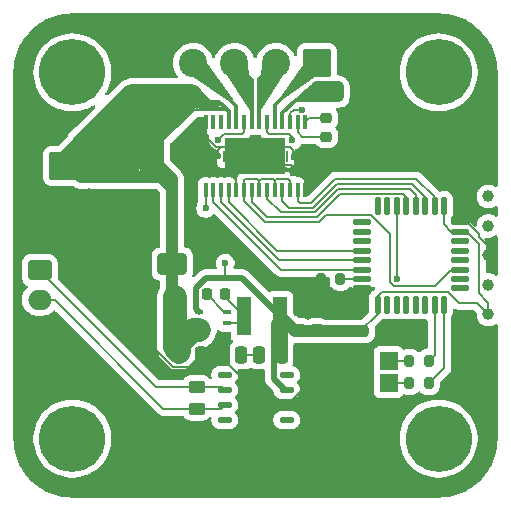
<source format=gtl>
%TF.GenerationSoftware,KiCad,Pcbnew,9.0.7*%
%TF.CreationDate,2026-01-27T18:23:45+01:00*%
%TF.ProjectId,NEMA17_FOC_Driver,4e454d41-3137-45f4-964f-435f44726976,rev?*%
%TF.SameCoordinates,Original*%
%TF.FileFunction,Copper,L1,Top*%
%TF.FilePolarity,Positive*%
%FSLAX46Y46*%
G04 Gerber Fmt 4.6, Leading zero omitted, Abs format (unit mm)*
G04 Created by KiCad (PCBNEW 9.0.7) date 2026-01-27 18:23:45*
%MOMM*%
%LPD*%
G01*
G04 APERTURE LIST*
G04 Aperture macros list*
%AMRoundRect*
0 Rectangle with rounded corners*
0 $1 Rounding radius*
0 $2 $3 $4 $5 $6 $7 $8 $9 X,Y pos of 4 corners*
0 Add a 4 corners polygon primitive as box body*
4,1,4,$2,$3,$4,$5,$6,$7,$8,$9,$2,$3,0*
0 Add four circle primitives for the rounded corners*
1,1,$1+$1,$2,$3*
1,1,$1+$1,$4,$5*
1,1,$1+$1,$6,$7*
1,1,$1+$1,$8,$9*
0 Add four rect primitives between the rounded corners*
20,1,$1+$1,$2,$3,$4,$5,0*
20,1,$1+$1,$4,$5,$6,$7,0*
20,1,$1+$1,$6,$7,$8,$9,0*
20,1,$1+$1,$8,$9,$2,$3,0*%
G04 Aperture macros list end*
%TA.AperFunction,EtchedComponent*%
%ADD10C,0.000000*%
%TD*%
%TA.AperFunction,SMDPad,CuDef*%
%ADD11RoundRect,0.200000X0.200000X0.275000X-0.200000X0.275000X-0.200000X-0.275000X0.200000X-0.275000X0*%
%TD*%
%TA.AperFunction,SMDPad,CuDef*%
%ADD12RoundRect,0.250000X-0.450000X0.262500X-0.450000X-0.262500X0.450000X-0.262500X0.450000X0.262500X0*%
%TD*%
%TA.AperFunction,ComponentPad*%
%ADD13C,3.600000*%
%TD*%
%TA.AperFunction,ConnectorPad*%
%ADD14C,5.600000*%
%TD*%
%TA.AperFunction,SMDPad,CuDef*%
%ADD15RoundRect,0.225000X0.250000X-0.225000X0.250000X0.225000X-0.250000X0.225000X-0.250000X-0.225000X0*%
%TD*%
%TA.AperFunction,SMDPad,CuDef*%
%ADD16O,1.250000X0.549999*%
%TD*%
%TA.AperFunction,SMDPad,CuDef*%
%ADD17RoundRect,0.250000X-0.250000X-0.475000X0.250000X-0.475000X0.250000X0.475000X-0.250000X0.475000X0*%
%TD*%
%TA.AperFunction,SMDPad,CuDef*%
%ADD18R,1.498600X1.498600*%
%TD*%
%TA.AperFunction,SMDPad,CuDef*%
%ADD19R,0.304800X1.161999*%
%TD*%
%TA.AperFunction,SMDPad,CuDef*%
%ADD20R,5.180000X3.099999*%
%TD*%
%TA.AperFunction,SMDPad,CuDef*%
%ADD21R,0.698500X0.457200*%
%TD*%
%TA.AperFunction,SMDPad,CuDef*%
%ADD22RoundRect,0.250000X0.475000X-0.250000X0.475000X0.250000X-0.475000X0.250000X-0.475000X-0.250000X0*%
%TD*%
%TA.AperFunction,SMDPad,CuDef*%
%ADD23RoundRect,0.250000X-0.550000X1.500000X-0.550000X-1.500000X0.550000X-1.500000X0.550000X1.500000X0*%
%TD*%
%TA.AperFunction,SMDPad,CuDef*%
%ADD24R,1.200000X3.300000*%
%TD*%
%TA.AperFunction,SMDPad,CuDef*%
%ADD25RoundRect,0.125000X0.125000X-0.625000X0.125000X0.625000X-0.125000X0.625000X-0.125000X-0.625000X0*%
%TD*%
%TA.AperFunction,SMDPad,CuDef*%
%ADD26RoundRect,0.125000X0.625000X-0.125000X0.625000X0.125000X-0.625000X0.125000X-0.625000X-0.125000X0*%
%TD*%
%TA.AperFunction,SMDPad,CuDef*%
%ADD27RoundRect,0.250000X1.000000X0.650000X-1.000000X0.650000X-1.000000X-0.650000X1.000000X-0.650000X0*%
%TD*%
%TA.AperFunction,ComponentPad*%
%ADD28RoundRect,0.250000X-0.750000X0.600000X-0.750000X-0.600000X0.750000X-0.600000X0.750000X0.600000X0*%
%TD*%
%TA.AperFunction,ComponentPad*%
%ADD29O,2.000000X1.700000*%
%TD*%
%TA.AperFunction,SMDPad,CuDef*%
%ADD30RoundRect,0.225000X-0.225000X-0.250000X0.225000X-0.250000X0.225000X0.250000X-0.225000X0.250000X0*%
%TD*%
%TA.AperFunction,ComponentPad*%
%ADD31RoundRect,0.250001X-0.949999X0.949999X-0.949999X-0.949999X0.949999X-0.949999X0.949999X0.949999X0*%
%TD*%
%TA.AperFunction,ComponentPad*%
%ADD32C,2.400000*%
%TD*%
%TA.AperFunction,SMDPad,CuDef*%
%ADD33RoundRect,0.250000X0.250000X0.475000X-0.250000X0.475000X-0.250000X-0.475000X0.250000X-0.475000X0*%
%TD*%
%TA.AperFunction,SMDPad,CuDef*%
%ADD34RoundRect,0.200000X-0.200000X-0.275000X0.200000X-0.275000X0.200000X0.275000X-0.200000X0.275000X0*%
%TD*%
%TA.AperFunction,SMDPad,CuDef*%
%ADD35C,1.000000*%
%TD*%
%TA.AperFunction,ComponentPad*%
%ADD36RoundRect,0.250001X-0.949999X-0.949999X0.949999X-0.949999X0.949999X0.949999X-0.949999X0.949999X0*%
%TD*%
%TA.AperFunction,ViaPad*%
%ADD37C,0.600000*%
%TD*%
%TA.AperFunction,Conductor*%
%ADD38C,0.200000*%
%TD*%
%TA.AperFunction,Conductor*%
%ADD39C,1.000000*%
%TD*%
%TA.AperFunction,Conductor*%
%ADD40C,2.000000*%
%TD*%
%TA.AperFunction,Conductor*%
%ADD41C,0.500000*%
%TD*%
%TA.AperFunction,Conductor*%
%ADD42C,0.350000*%
%TD*%
G04 APERTURE END LIST*
D10*
%TA.AperFunction,EtchedComponent*%
%TO.C,U1*%
G36*
X162910000Y-66575000D02*
G01*
X162710000Y-66575000D01*
X162710000Y-65625000D01*
X162910000Y-65625000D01*
X162910000Y-66575000D01*
G37*
%TD.AperFunction*%
%TA.AperFunction,EtchedComponent*%
G36*
X168290000Y-66575000D02*
G01*
X168090000Y-66575000D01*
X168090000Y-65625000D01*
X168290000Y-65625000D01*
X168290000Y-66575000D01*
G37*
%TD.AperFunction*%
%TD*%
D11*
%TO.P,RLED_R1,1*%
%TO.N,LEDPIN_R*%
X180185000Y-83400000D03*
%TO.P,RLED_R1,2*%
%TO.N,Net-(LED1-Pad1)*%
X178535000Y-83400000D03*
%TD*%
D12*
%TO.P,RCAN1,1*%
%TO.N,CAN Low*%
X160530000Y-85637500D03*
%TO.P,RCAN1,2*%
%TO.N,CAN High*%
X160530000Y-87462500D03*
%TD*%
D13*
%TO.P,REF\u002A\u002A,1*%
%TO.N,N/C*%
X150000000Y-59000000D03*
D14*
X150000000Y-59000000D03*
%TD*%
D15*
%TO.P,C1,1*%
%TO.N,Net-(U1-CP2)*%
X171480000Y-64425000D03*
%TO.P,C1,2*%
%TO.N,Net-(U1-CP1)*%
X171480000Y-62875000D03*
%TD*%
D13*
%TO.P,REF\u002A\u002A,1*%
%TO.N,N/C*%
X150000000Y-90000000D03*
D14*
X150000000Y-90000000D03*
%TD*%
D16*
%TO.P,U5,1,TXD*%
%TO.N,TXD*%
X168145001Y-88425000D03*
%TO.P,U5,2,GND*%
%TO.N,GND*%
X168145001Y-87155000D03*
%TO.P,U5,3,VCC*%
%TO.N,+3.3V*%
X168145001Y-85885000D03*
%TO.P,U5,4,RXD*%
%TO.N,RXD*%
X168145001Y-84615000D03*
%TO.P,U5,5,NC*%
%TO.N,unconnected-(U5-NC-Pad5)*%
X162895001Y-84615000D03*
%TO.P,U5,6,CANL*%
%TO.N,CAN Low*%
X162895001Y-85885000D03*
%TO.P,U5,7,CANH*%
%TO.N,CAN High*%
X162895001Y-87155000D03*
%TO.P,U5,8,NC*%
%TO.N,unconnected-(U5-NC-Pad8)*%
X162895001Y-88425000D03*
%TD*%
D17*
%TO.P,C5,1*%
%TO.N,+12V*%
X158990000Y-82910000D03*
%TO.P,C5,2*%
%TO.N,GND*%
X160890000Y-82910000D03*
%TD*%
D18*
%TO.P,LED1,1,1*%
%TO.N,Net-(LED1-Pad1)*%
X176770000Y-83399999D03*
%TO.P,LED1,2,2*%
%TO.N,Net-(LED1-Pad2)*%
X176770000Y-85300001D03*
%TO.P,LED1,3,3*%
%TO.N,GND*%
X173970000Y-84350000D03*
%TD*%
D19*
%TO.P,U1,1,CP1*%
%TO.N,Net-(U1-CP1)*%
X169725074Y-63229000D03*
%TO.P,U1,2,CP2*%
%TO.N,Net-(U1-CP2)*%
X169075063Y-63229000D03*
%TO.P,U1,3,VCP*%
%TO.N,Net-(U1-VCP)*%
X168425051Y-63229000D03*
%TO.P,U1,4,VM*%
%TO.N,+12V*%
X167775040Y-63229000D03*
%TO.P,U1,5,OUT1*%
%TO.N,Net-(MotorConn1-Pin_1)*%
X167125028Y-63229000D03*
%TO.P,U1,6,VNEG*%
%TO.N,SRC12*%
X166475017Y-63229000D03*
%TO.P,U1,7,OUT2*%
%TO.N,Net-(MotorConn1-Pin_2)*%
X165825006Y-63229000D03*
%TO.P,U1,8,OUT3*%
%TO.N,Net-(MotorConn1-Pin_3)*%
X165174994Y-63229000D03*
%TO.P,U1,9,VNEG*%
%TO.N,SRC34*%
X164524983Y-63229000D03*
%TO.P,U1,10,OUT4*%
%TO.N,Net-(MotorConn1-Pin_4)*%
X163874972Y-63229000D03*
%TO.P,U1,11,VM*%
%TO.N,+12V*%
X163224960Y-63229000D03*
%TO.P,U1,12,NC*%
%TO.N,unconnected-(U1-NC-Pad12)*%
X162574949Y-63229000D03*
%TO.P,U1,13,NC*%
%TO.N,unconnected-(U1-NC-Pad13)*%
X161924937Y-63229000D03*
%TO.P,U1,14,VNEG*%
%TO.N,GND*%
X161274926Y-63229000D03*
%TO.P,U1,15,V3P3OUT*%
%TO.N,Net-(U1-V3P3OUT)*%
X161274926Y-68971000D03*
%TO.P,U1,16,NRESET*%
%TO.N,nRESET*%
X161924937Y-68971000D03*
%TO.P,U1,17,NSLEEP*%
%TO.N,nSLEEP*%
X162574949Y-68971000D03*
%TO.P,U1,18,NFAULT*%
%TO.N,nFAULT*%
X163224960Y-68971000D03*
%TO.P,U1,19,LGND*%
%TO.N,GND*%
X163874972Y-68971000D03*
%TO.P,U1,20,EN4*%
%TO.N,EN*%
X164524983Y-68971000D03*
%TO.P,U1,21,IN4*%
%TO.N,IN4*%
X165174994Y-68971000D03*
%TO.P,U1,22,EN3*%
%TO.N,EN*%
X165825006Y-68971000D03*
%TO.P,U1,23,IN3*%
%TO.N,IN3*%
X166475017Y-68971000D03*
%TO.P,U1,24,EN2*%
%TO.N,EN*%
X167125028Y-68971000D03*
%TO.P,U1,25,IN2*%
%TO.N,IN2*%
X167775040Y-68971000D03*
%TO.P,U1,26,EN1*%
%TO.N,EN*%
X168425051Y-68971000D03*
%TO.P,U1,27,IN1*%
%TO.N,IN1*%
X169075063Y-68971000D03*
%TO.P,U1,28,VNEG*%
%TO.N,GND*%
X169725074Y-68971000D03*
D20*
%TO.P,U1,29,EPAD*%
X165500000Y-66100000D03*
%TD*%
D21*
%TO.P,U2,1,FB*%
%TO.N,+3.3V*%
X160699850Y-79269999D03*
%TO.P,U2,2,EN*%
%TO.N,+12V*%
X160699850Y-80220000D03*
%TO.P,U2,3,VIN*%
X160699850Y-81170001D03*
%TO.P,U2,4,GND*%
%TO.N,GND*%
X163100150Y-81170001D03*
%TO.P,U2,5,SW*%
%TO.N,Net-(U2-SW)*%
X163100150Y-80220000D03*
%TO.P,U2,6,BST*%
%TO.N,Net-(U2-BST)*%
X163100150Y-79269999D03*
%TD*%
D22*
%TO.P,C11,1*%
%TO.N,+3.3V*%
X174370000Y-80920000D03*
%TO.P,C11,2*%
%TO.N,GND*%
X174370000Y-79020000D03*
%TD*%
D23*
%TO.P,CIN1,1*%
%TO.N,+12V*%
X156460000Y-66040000D03*
%TO.P,CIN1,2*%
%TO.N,GND*%
X156460000Y-71440000D03*
%TD*%
D22*
%TO.P,C10,1*%
%TO.N,+3.3V*%
X172410000Y-80920000D03*
%TO.P,C10,2*%
%TO.N,GND*%
X172410000Y-79020000D03*
%TD*%
D24*
%TO.P,L1,1*%
%TO.N,Net-(U2-SW)*%
X164510000Y-79650000D03*
%TO.P,L1,2*%
%TO.N,+3.3V*%
X167610000Y-79650000D03*
%TD*%
D25*
%TO.P,U4,1,VDD*%
%TO.N,+3.3V*%
X175870000Y-78665000D03*
%TO.P,U4,2,PF0*%
%TO.N,unconnected-(U4-PF0-Pad2)*%
X176670000Y-78665000D03*
%TO.P,U4,3,PF1*%
%TO.N,unconnected-(U4-PF1-Pad3)*%
X177470000Y-78665000D03*
%TO.P,U4,4,PG10*%
%TO.N,NRST*%
X178270000Y-78665000D03*
%TO.P,U4,5,PA0*%
%TO.N,unconnected-(U4-PA0-Pad5)*%
X179070000Y-78665000D03*
%TO.P,U4,6,PA1*%
%TO.N,SRC12*%
X179870000Y-78665000D03*
%TO.P,U4,7,PA2*%
%TO.N,LEDPIN_R*%
X180670000Y-78665000D03*
%TO.P,U4,8,PA3*%
%TO.N,LEDPIN_G*%
X181470000Y-78665000D03*
D26*
%TO.P,U4,9,PA4*%
%TO.N,unconnected-(U4-PA4-Pad9)*%
X182845000Y-77290000D03*
%TO.P,U4,10,PA5*%
%TO.N,unconnected-(U4-PA5-Pad10)*%
X182845000Y-76490000D03*
%TO.P,U4,11,PA6*%
%TO.N,EN*%
X182845000Y-75690000D03*
%TO.P,U4,12,OPAMP2_VINP*%
%TO.N,SRC34*%
X182845000Y-74890000D03*
%TO.P,U4,13,OPAMP3_VINP*%
%TO.N,unconnected-(U4-PB0-Pad13)*%
X182845000Y-74090000D03*
%TO.P,U4,14,VSSA*%
%TO.N,GND*%
X182845000Y-73290000D03*
%TO.P,U4,15,VDDA*%
%TO.N,+3.3V*%
X182845000Y-72490000D03*
%TO.P,U4,16,VSS*%
%TO.N,GND*%
X182845000Y-71690000D03*
D25*
%TO.P,U4,17,VDD*%
%TO.N,+3.3V*%
X181470000Y-70315000D03*
%TO.P,U4,18,TIM1_CH1*%
%TO.N,IN1*%
X180670000Y-70315000D03*
%TO.P,U4,19,TIM1_CH2*%
%TO.N,IN2*%
X179870000Y-70315000D03*
%TO.P,U4,20,TIM1_CH3*%
%TO.N,IN3*%
X179070000Y-70315000D03*
%TO.P,U4,21,TIM1_CH4*%
%TO.N,IN4*%
X178270000Y-70315000D03*
%TO.P,U4,22,FDCAN1_TX*%
%TO.N,TXD*%
X177470000Y-70315000D03*
%TO.P,U4,23,SYS_JTMS-SWDIO*%
%TO.N,SWDIO*%
X176670000Y-70315000D03*
%TO.P,U4,24,SYS_JTCK-SWCLK*%
%TO.N,SWCLK*%
X175870000Y-70315000D03*
D26*
%TO.P,U4,25,SPI1_NSS*%
%TO.N,ChipSelect*%
X174495000Y-71690000D03*
%TO.P,U4,26,SPI1_SCK*%
%TO.N,Clock*%
X174495000Y-72490000D03*
%TO.P,U4,27,SPI1_MISO*%
%TO.N,DataOut*%
X174495000Y-73290000D03*
%TO.P,U4,28,PB5*%
%TO.N,nFAULT*%
X174495000Y-74090000D03*
%TO.P,U4,29,PB6*%
%TO.N,nSLEEP*%
X174495000Y-74890000D03*
%TO.P,U4,30,PB7*%
%TO.N,nRESET*%
X174495000Y-75690000D03*
%TO.P,U4,31,FDCAN1_RX*%
%TO.N,RXD*%
X174495000Y-76490000D03*
%TO.P,U4,32,VSS*%
%TO.N,GND*%
X174495000Y-77290000D03*
%TD*%
D13*
%TO.P,REF\u002A\u002A,1*%
%TO.N,N/C*%
X181000000Y-59000000D03*
D14*
X181000000Y-59000000D03*
%TD*%
D27*
%TO.P,D2,1,A1*%
%TO.N,+12V*%
X158450000Y-75220000D03*
%TO.P,D2,2,A2*%
%TO.N,GND*%
X154450000Y-75220000D03*
%TD*%
D15*
%TO.P,C12,1*%
%TO.N,+3.3V*%
X169220000Y-80755000D03*
%TO.P,C12,2*%
%TO.N,GND*%
X169220000Y-79205000D03*
%TD*%
D28*
%TO.P,J2,1,Pin_1*%
%TO.N,CAN Low*%
X147240000Y-75750000D03*
D29*
%TO.P,J2,2,Pin_2*%
%TO.N,CAN High*%
X147240000Y-78250000D03*
%TD*%
D30*
%TO.P,C6,1*%
%TO.N,Net-(U2-BST)*%
X161355000Y-77790000D03*
%TO.P,C6,2*%
%TO.N,Net-(U2-SW)*%
X162905000Y-77790000D03*
%TD*%
D31*
%TO.P,J1,1,Pin_1*%
%TO.N,+12V*%
X149222500Y-66920000D03*
D32*
%TO.P,J1,2,Pin_2*%
%TO.N,GND*%
X149222500Y-70420000D03*
%TD*%
D33*
%TO.P,C8,1*%
%TO.N,Net-(C7-Pad2)*%
X164310000Y-82910000D03*
%TO.P,C8,2*%
%TO.N,GND*%
X162410000Y-82910000D03*
%TD*%
D34*
%TO.P,RLED_G1,1*%
%TO.N,Net-(LED1-Pad2)*%
X178535000Y-85310000D03*
%TO.P,RLED_G1,2*%
%TO.N,LEDPIN_G*%
X180185000Y-85310000D03*
%TD*%
D13*
%TO.P,REF\u002A\u002A,1*%
%TO.N,N/C*%
X181000000Y-90000000D03*
D14*
X181000000Y-90000000D03*
%TD*%
D33*
%TO.P,C7,1*%
%TO.N,+3.3V*%
X167710000Y-82900000D03*
%TO.P,C7,2*%
%TO.N,Net-(C7-Pad2)*%
X165810000Y-82900000D03*
%TD*%
D35*
%TO.P,REF\u002A\u002A,1*%
%TO.N,+3.3V*%
X185220000Y-79490000D03*
%TO.P,REF\u002A\u002A,2*%
%TO.N,SWCLK*%
X185220000Y-76990000D03*
%TO.P,REF\u002A\u002A,3*%
%TO.N,GND*%
X185220000Y-74490000D03*
%TO.P,REF\u002A\u002A,4*%
%TO.N,SWDIO*%
X185220000Y-71990000D03*
%TO.P,REF\u002A\u002A,5*%
%TO.N,NRST*%
X185220000Y-69490000D03*
%TD*%
D11*
%TO.P,R_BOOT1,1*%
%TO.N,RXD*%
X172695000Y-76490000D03*
%TO.P,R_BOOT1,2*%
%TO.N,GND*%
X171045000Y-76490000D03*
%TD*%
D15*
%TO.P,C13,1*%
%TO.N,+3.3V*%
X170690000Y-80755000D03*
%TO.P,C13,2*%
%TO.N,GND*%
X170690000Y-79205000D03*
%TD*%
D36*
%TO.P,MotorConn1,1,Pin_1*%
%TO.N,Net-(MotorConn1-Pin_1)*%
X170720000Y-58200000D03*
D32*
%TO.P,MotorConn1,2,Pin_2*%
%TO.N,Net-(MotorConn1-Pin_2)*%
X167220000Y-58200000D03*
%TO.P,MotorConn1,3,Pin_3*%
%TO.N,Net-(MotorConn1-Pin_3)*%
X163720000Y-58200000D03*
%TO.P,MotorConn1,4,Pin_4*%
%TO.N,Net-(MotorConn1-Pin_4)*%
X160220000Y-58200000D03*
%TD*%
D37*
%TO.N,Net-(U1-VCP)*%
X169430149Y-62168743D03*
%TO.N,GND*%
X168710000Y-67510000D03*
X185210000Y-74500000D03*
X174495000Y-77290000D03*
X168790000Y-66120000D03*
X162380000Y-67622500D03*
X165500000Y-66100000D03*
X182845000Y-71690000D03*
X162350000Y-66100000D03*
X173970000Y-84350000D03*
X182845000Y-73290000D03*
%TO.N,Net-(U1-V3P3OUT)*%
X161280000Y-70510000D03*
%TO.N,+12V*%
X170728571Y-60255704D03*
X172490000Y-61000000D03*
X160000000Y-61000000D03*
X159500000Y-60500000D03*
X159490000Y-61510000D03*
X160510000Y-60510000D03*
X160500000Y-61510000D03*
X172490000Y-60270000D03*
X171580000Y-60510000D03*
X170760000Y-60955000D03*
%TO.N,+3.3V*%
X162925000Y-75135000D03*
X185220000Y-79490000D03*
X162925000Y-76405000D03*
%TO.N,SRC12*%
X168630000Y-64740000D03*
X179870000Y-78665000D03*
%TO.N,SRC34*%
X182845000Y-74890000D03*
X162340000Y-64680000D03*
%TO.N,RXD*%
X174495000Y-76490000D03*
X168145001Y-84615000D03*
%TO.N,Clock*%
X174495000Y-72490000D03*
%TO.N,ChipSelect*%
X174495000Y-71690000D03*
%TO.N,DataOut*%
X174495000Y-73290000D03*
%TO.N,TXD*%
X177470000Y-76490000D03*
X168145001Y-88425000D03*
%TO.N,SWDIO*%
X185211000Y-71990000D03*
X176670000Y-70315000D03*
%TO.N,SWCLK*%
X185211000Y-76990000D03*
X175870000Y-70315000D03*
%TO.N,NRST*%
X185220000Y-69490000D03*
X178270000Y-78665000D03*
%TD*%
D38*
%TO.N,Net-(U1-CP1)*%
X171480000Y-62875000D02*
X170029074Y-62875000D01*
X170029074Y-62875000D02*
X169725074Y-63179000D01*
%TO.N,Net-(U1-CP2)*%
X169075063Y-64039388D02*
X169075063Y-63179000D01*
X169460675Y-64425000D02*
X169075063Y-64039388D01*
X171480000Y-64425000D02*
X169460675Y-64425000D01*
%TO.N,Net-(U1-VCP)*%
X168425051Y-62474949D02*
X168425051Y-63179000D01*
X168731257Y-62168743D02*
X168425051Y-62474949D01*
X169430149Y-62168743D02*
X168731257Y-62168743D01*
%TO.N,GND*%
X168511073Y-66876000D02*
X166276000Y-66876000D01*
X162410000Y-81860151D02*
X163100150Y-81170001D01*
X163407471Y-67622500D02*
X163874972Y-68090001D01*
X159864000Y-83936000D02*
X160890000Y-82910000D01*
X169220000Y-79205000D02*
X170690000Y-79205000D01*
D39*
X169220000Y-79205000D02*
X174185000Y-79205000D01*
D38*
X163874972Y-68090001D02*
X163874972Y-69021000D01*
X182845000Y-71690000D02*
X183400918Y-71690000D01*
X168414678Y-65324000D02*
X162585322Y-65324000D01*
X166655000Y-87155000D02*
X168145001Y-87155000D01*
X184409000Y-72698082D02*
X184409000Y-72930982D01*
X168537500Y-67510000D02*
X168087500Y-67060000D01*
X185210000Y-73731982D02*
X185210000Y-74500000D01*
D39*
X174370000Y-79020000D02*
X174370000Y-77616000D01*
D38*
X174370000Y-79020000D02*
X174370000Y-77415000D01*
X170690000Y-79205000D02*
X172225000Y-79205000D01*
X152047500Y-77478660D02*
X158504840Y-83936000D01*
X162410000Y-82910000D02*
X166655000Y-87155000D01*
X152047500Y-74160000D02*
X152047500Y-77478660D01*
X168790000Y-66120000D02*
X168670000Y-66000000D01*
X151137500Y-73250000D02*
X152047500Y-74160000D01*
X169725074Y-68090001D02*
X168511073Y-66876000D01*
X162134057Y-65324000D02*
X164724000Y-65324000D01*
X168670000Y-66000000D02*
X168670000Y-65579322D01*
X183400918Y-71690000D02*
X184409000Y-72698082D01*
X162942500Y-67060000D02*
X162380000Y-67622500D01*
X172225000Y-79205000D02*
X172410000Y-79020000D01*
X170950001Y-84350000D02*
X168145001Y-87155000D01*
X171045000Y-76490000D02*
X171045000Y-78850000D01*
X173970000Y-84350000D02*
X170950001Y-84350000D01*
X166276000Y-66876000D02*
X165500000Y-66100000D01*
X168710000Y-67510000D02*
X168537500Y-67510000D01*
X174370000Y-77415000D02*
X174495000Y-77290000D01*
X171045000Y-78850000D02*
X170690000Y-79205000D01*
X161274926Y-63179000D02*
X161274926Y-64464869D01*
D39*
X174370000Y-77616000D02*
X174495000Y-77491000D01*
D38*
X168087500Y-67060000D02*
X162942500Y-67060000D01*
X162380000Y-67622500D02*
X163407471Y-67622500D01*
X163874972Y-69021000D02*
X163874972Y-67725028D01*
X151370000Y-73482500D02*
X152047500Y-74160000D01*
X162410000Y-82910000D02*
X162410000Y-81860151D01*
X162350000Y-65559322D02*
X162350000Y-66100000D01*
X160890000Y-82910000D02*
X162410000Y-82910000D01*
X161274926Y-64464869D02*
X162134057Y-65324000D01*
X162585322Y-65324000D02*
X162350000Y-65559322D01*
X151370000Y-68790000D02*
X151370000Y-73482500D01*
D39*
X174185000Y-79205000D02*
X174370000Y-79020000D01*
D38*
X164724000Y-65324000D02*
X165500000Y-66100000D01*
X169725074Y-69021000D02*
X169725074Y-68090001D01*
X172410000Y-79020000D02*
X174370000Y-79020000D01*
X168670000Y-65579322D02*
X168414678Y-65324000D01*
X163874972Y-67725028D02*
X165500000Y-66100000D01*
X184409000Y-72930982D02*
X185210000Y-73731982D01*
X158504840Y-83936000D02*
X159864000Y-83936000D01*
%TO.N,Net-(U1-V3P3OUT)*%
X161274926Y-70504926D02*
X161280000Y-70510000D01*
X161274926Y-69021000D02*
X161274926Y-70504926D01*
D40*
%TO.N,+12V*%
X158070000Y-61000000D02*
X160000000Y-61000000D01*
X154310000Y-65140000D02*
X150880000Y-65140000D01*
D38*
X162470000Y-61530000D02*
X160520000Y-61530000D01*
X160699850Y-81170001D02*
X160699850Y-81200150D01*
D41*
X161200000Y-61180000D02*
X160180000Y-61180000D01*
D40*
X156155000Y-62915000D02*
X158070000Y-61000000D01*
D42*
X170220000Y-60550000D02*
X170514296Y-60255704D01*
D38*
X163053349Y-62248001D02*
X163053349Y-62147001D01*
D42*
X171575000Y-61300000D02*
X171920000Y-60955000D01*
X169160000Y-61300000D02*
X170220000Y-60240000D01*
D38*
X160699850Y-80820000D02*
X160699850Y-80220000D01*
D40*
X151710000Y-66789000D02*
X152661000Y-66789000D01*
D42*
X170220000Y-60240000D02*
X170220000Y-60550000D01*
D39*
X158450000Y-75220000D02*
X158450000Y-77780000D01*
D42*
X169710000Y-61060000D02*
X170220000Y-61060000D01*
D40*
X156770000Y-66480000D02*
X156770000Y-64230000D01*
D42*
X168920000Y-61300000D02*
X169160000Y-61300000D01*
D40*
X151710000Y-66789000D02*
X152281000Y-66789000D01*
D38*
X162966959Y-61990000D02*
X160840000Y-61990000D01*
D40*
X155020000Y-61000000D02*
X158070000Y-61000000D01*
D38*
X163123960Y-62147001D02*
X163224960Y-62248001D01*
D42*
X163224960Y-62298001D02*
X162436959Y-61510000D01*
D40*
X153105000Y-62915000D02*
X155020000Y-61000000D01*
D42*
X169770000Y-60550000D02*
X170220000Y-60550000D01*
X170290000Y-61300000D02*
X171575000Y-61300000D01*
D41*
X161010000Y-61490000D02*
X161500000Y-61490000D01*
D42*
X170220000Y-60860000D02*
X170728571Y-60351429D01*
D38*
X156770000Y-65680000D02*
X160302999Y-62147001D01*
D39*
X156460000Y-66040000D02*
X158450000Y-68030000D01*
X170728571Y-60255704D02*
X172475704Y-60255704D01*
X149343500Y-66799000D02*
X149222500Y-66920000D01*
D38*
X163123960Y-62147001D02*
X162966959Y-61990000D01*
X160302999Y-62147001D02*
X163123960Y-62147001D01*
D40*
X150880000Y-65140000D02*
X153105000Y-62915000D01*
D39*
X157540000Y-67840000D02*
X150700000Y-67840000D01*
X171920000Y-60955000D02*
X172445000Y-60955000D01*
D38*
X163053349Y-62147001D02*
X162377001Y-62147001D01*
X160699850Y-80220000D02*
X160470001Y-80220000D01*
D42*
X170220000Y-61060000D02*
X170220000Y-60860000D01*
X170290000Y-61300000D02*
X170635000Y-60955000D01*
D38*
X160740000Y-60510000D02*
X160510000Y-60510000D01*
D39*
X172445000Y-60955000D02*
X172490000Y-61000000D01*
D38*
X163224960Y-62248001D02*
X162766959Y-61790000D01*
X160120000Y-60120000D02*
X160510000Y-60510000D01*
D39*
X172490000Y-61000000D02*
X172490000Y-60270000D01*
D38*
X160520000Y-61530000D02*
X160500000Y-61510000D01*
D40*
X155060000Y-64770000D02*
X156770000Y-66480000D01*
D38*
X161010000Y-61000000D02*
X160500000Y-61510000D01*
D40*
X156770000Y-64230000D02*
X160000000Y-61000000D01*
D38*
X163224960Y-62248001D02*
X163158001Y-62248001D01*
D40*
X150690000Y-66789000D02*
X154769000Y-66789000D01*
D39*
X149659000Y-66799000D02*
X149343500Y-66799000D01*
D41*
X160570000Y-61880000D02*
X160060000Y-61370000D01*
D40*
X150690000Y-66789000D02*
X151710000Y-66789000D01*
D41*
X160060000Y-61370000D02*
X160060000Y-61150000D01*
D38*
X160840000Y-61990000D02*
X160840000Y-61850000D01*
D39*
X158450000Y-68030000D02*
X158450000Y-75220000D01*
D38*
X163224960Y-63179000D02*
X163224960Y-62284960D01*
D40*
X150880000Y-65140000D02*
X150880000Y-65262500D01*
X150880000Y-65140000D02*
X151250000Y-64770000D01*
X159043732Y-81972318D02*
X160196050Y-80820000D01*
D42*
X170728571Y-60351429D02*
X170728571Y-60255704D01*
D39*
X170760000Y-60955000D02*
X171920000Y-60955000D01*
X150700000Y-67840000D02*
X149659000Y-66799000D01*
D40*
X151250000Y-64770000D02*
X155060000Y-64770000D01*
D41*
X162280000Y-61790000D02*
X160660000Y-61790000D01*
D42*
X163224960Y-63229000D02*
X163224960Y-62298001D01*
D40*
X150880000Y-65262500D02*
X149222500Y-66920000D01*
D38*
X160699850Y-81200150D02*
X158990000Y-82910000D01*
X162766959Y-61790000D02*
X162280000Y-61790000D01*
D40*
X156155000Y-62915000D02*
X153105000Y-62915000D01*
D42*
X170514296Y-60255704D02*
X170728571Y-60255704D01*
D40*
X159043732Y-82635000D02*
X159043732Y-81972318D01*
D42*
X167775040Y-63229000D02*
X167775040Y-62444960D01*
X169020000Y-61300000D02*
X169770000Y-60550000D01*
D38*
X162377001Y-62147001D02*
X160740000Y-60510000D01*
D42*
X162436959Y-61510000D02*
X160500000Y-61510000D01*
D39*
X158450000Y-68750000D02*
X157540000Y-67840000D01*
D41*
X160660000Y-61790000D02*
X160570000Y-61880000D01*
D40*
X149262050Y-66789000D02*
X150690000Y-66789000D01*
D38*
X163224960Y-63179000D02*
X163224960Y-62248001D01*
D42*
X170220000Y-60550000D02*
X169710000Y-61060000D01*
D38*
X163224960Y-62248001D02*
X163053349Y-62248001D01*
D39*
X172475704Y-60255704D02*
X172490000Y-60270000D01*
D40*
X160196050Y-80820000D02*
X160699850Y-80820000D01*
D38*
X170728571Y-60255704D02*
X170760000Y-60287133D01*
X160699850Y-81170001D02*
X160699850Y-80820000D01*
D41*
X160180000Y-61180000D02*
X160000000Y-61000000D01*
D40*
X158690000Y-78020000D02*
X158690000Y-82281268D01*
D39*
X158450000Y-77780000D02*
X158690000Y-78020000D01*
D38*
X160840000Y-61850000D02*
X160500000Y-61510000D01*
D42*
X167775040Y-62444960D02*
X168920000Y-61300000D01*
X170635000Y-60955000D02*
X170760000Y-60955000D01*
D40*
X152281000Y-66789000D02*
X156155000Y-62915000D01*
D42*
X169160000Y-61300000D02*
X170290000Y-61300000D01*
D38*
X163224960Y-62284960D02*
X162470000Y-61530000D01*
D39*
X158450000Y-75220000D02*
X158450000Y-68750000D01*
D41*
X162280000Y-61790000D02*
X162280000Y-61740000D01*
D40*
X158690000Y-82281268D02*
X159043732Y-82635000D01*
X152661000Y-66789000D02*
X154310000Y-65140000D01*
D38*
%TO.N,Net-(U2-BST)*%
X163100150Y-79269999D02*
X162834999Y-79269999D01*
X162834999Y-79269999D02*
X161355000Y-77790000D01*
%TO.N,Net-(U2-SW)*%
X163100150Y-80220000D02*
X163940000Y-80220000D01*
X163940000Y-80220000D02*
X164510000Y-79650000D01*
X162905000Y-78045000D02*
X164510000Y-79650000D01*
X162905000Y-77790000D02*
X162905000Y-78045000D01*
%TO.N,+3.3V*%
X172410000Y-80920000D02*
X174370000Y-80920000D01*
X162925000Y-75135000D02*
X162925000Y-76405000D01*
X175870000Y-79420000D02*
X175870000Y-78665000D01*
X183400918Y-72490000D02*
X182845000Y-72490000D01*
X167610000Y-79650000D02*
X168115000Y-79650000D01*
D41*
X164365000Y-76405000D02*
X167610000Y-79650000D01*
D38*
X185220000Y-79490000D02*
X185220000Y-78510000D01*
X185220000Y-79490000D02*
X184230000Y-78500000D01*
X176171001Y-77614000D02*
X175870000Y-77915001D01*
X175870000Y-77915001D02*
X175870000Y-78665000D01*
X184230000Y-78500000D02*
X182699082Y-78500000D01*
X182095001Y-72490000D02*
X182845000Y-72490000D01*
X185220000Y-78510000D02*
X184409000Y-77699000D01*
X168115000Y-79650000D02*
X169220000Y-80755000D01*
D41*
X167610000Y-79650000D02*
X167070000Y-80190000D01*
D39*
X167710000Y-82900000D02*
X167710000Y-79750000D01*
D38*
X167610000Y-79650000D02*
X167610000Y-82800000D01*
X167210062Y-83399938D02*
X167210062Y-84950061D01*
X181470000Y-70315000D02*
X181470000Y-71864999D01*
D41*
X167070000Y-84916718D02*
X168038282Y-85885000D01*
D39*
X167610000Y-79650000D02*
X168880000Y-80920000D01*
D38*
X184409000Y-73498082D02*
X183400918Y-72490000D01*
X184409000Y-77699000D02*
X184409000Y-73498082D01*
X167710000Y-82900000D02*
X167210062Y-83399938D01*
D39*
X168880000Y-80920000D02*
X174370000Y-80920000D01*
D38*
X172245000Y-80755000D02*
X172410000Y-80920000D01*
D41*
X162925000Y-76405000D02*
X164365000Y-76405000D01*
D38*
X167210062Y-84950061D02*
X168145001Y-85885000D01*
D41*
X160699850Y-79269999D02*
X160454000Y-79024149D01*
D38*
X181813082Y-77614000D02*
X176171001Y-77614000D01*
X174370000Y-80920000D02*
X175870000Y-79420000D01*
X169220000Y-80755000D02*
X170690000Y-80755000D01*
X167610000Y-82800000D02*
X167710000Y-82900000D01*
X170690000Y-80755000D02*
X172245000Y-80755000D01*
D41*
X167070000Y-80190000D02*
X167070000Y-84916718D01*
D38*
X181470000Y-71864999D02*
X182095001Y-72490000D01*
D41*
X161302758Y-76405000D02*
X162925000Y-76405000D01*
D38*
X167209001Y-83400999D02*
X167710000Y-82900000D01*
D41*
X160454000Y-79024149D02*
X160454000Y-77253758D01*
D38*
X182699082Y-78500000D02*
X181813082Y-77614000D01*
D39*
X167710000Y-79750000D02*
X167610000Y-79650000D01*
D41*
X160454000Y-77253758D02*
X161302758Y-76405000D01*
X168038282Y-85885000D02*
X168145001Y-85885000D01*
D38*
%TO.N,Net-(C7-Pad2)*%
X165800000Y-82910000D02*
X165810000Y-82900000D01*
X164310000Y-82910000D02*
X165800000Y-82910000D01*
%TO.N,CAN High*%
X148490000Y-78250000D02*
X147200000Y-78250000D01*
X162587501Y-87462500D02*
X162895001Y-87155000D01*
X157702500Y-87462500D02*
X148490000Y-78250000D01*
X160530000Y-87462500D02*
X157702500Y-87462500D01*
X160530000Y-87462500D02*
X162587501Y-87462500D01*
%TO.N,CAN Low*%
X157087500Y-85637500D02*
X147200000Y-75750000D01*
X160530000Y-85637500D02*
X157087500Y-85637500D01*
X160530000Y-85637500D02*
X162647501Y-85637500D01*
X162647501Y-85637500D02*
X162895001Y-85885000D01*
%TO.N,Net-(LED1-Pad1)*%
X178535000Y-83400000D02*
X176770000Y-83399999D01*
%TO.N,Net-(LED1-Pad2)*%
X178535000Y-85310000D02*
X176779999Y-85310000D01*
X176779999Y-85310000D02*
X176770000Y-85300001D01*
D42*
%TO.N,Net-(MotorConn1-Pin_1)*%
X167125028Y-63229000D02*
X167125028Y-61794972D01*
X167125028Y-61794972D02*
X170720000Y-58200000D01*
%TO.N,Net-(MotorConn1-Pin_3)*%
X165174994Y-63229000D02*
X165174994Y-59654994D01*
X165174994Y-59654994D02*
X163720000Y-58200000D01*
D39*
%TO.N,Net-(MotorConn1-Pin_4)*%
X160220000Y-58200000D02*
X160522999Y-58200000D01*
D42*
X163874972Y-61854972D02*
X163874972Y-63229000D01*
X160220000Y-58200000D02*
X163874972Y-61854972D01*
X160400000Y-58200000D02*
X160220000Y-58200000D01*
%TO.N,Net-(MotorConn1-Pin_2)*%
X165825006Y-59594994D02*
X167220000Y-58200000D01*
X165825006Y-63229000D02*
X165825006Y-59594994D01*
D38*
%TO.N,LEDPIN_G*%
X180185000Y-85310000D02*
X181470000Y-84025000D01*
X181470000Y-84025000D02*
X181470000Y-78665000D01*
%TO.N,LEDPIN_R*%
X180185000Y-83400000D02*
X180670000Y-82915000D01*
X180670000Y-82915000D02*
X180670000Y-78665000D01*
%TO.N,SRC12*%
X168352998Y-64210999D02*
X166646628Y-64210999D01*
X168630000Y-64740000D02*
X168630000Y-64488001D01*
X168630000Y-64488001D02*
X168352998Y-64210999D01*
X166475017Y-64039388D02*
X166475017Y-63179000D01*
X166646628Y-64210999D02*
X166475017Y-64039388D01*
%TO.N,SRC34*%
X162340000Y-64680000D02*
X162809001Y-64210999D01*
X164524983Y-64039388D02*
X164524983Y-63179000D01*
X162809001Y-64210999D02*
X164353372Y-64210999D01*
X164353372Y-64210999D02*
X164524983Y-64039388D01*
%TO.N,RXD*%
X174495000Y-76490000D02*
X172695000Y-76490000D01*
%TO.N,nRESET*%
X161924937Y-69951999D02*
X167662938Y-75690000D01*
X167662938Y-75690000D02*
X174495000Y-75690000D01*
X161924937Y-69021000D02*
X161924937Y-69951999D01*
%TO.N,nSLEEP*%
X162574949Y-69951999D02*
X167512950Y-74890000D01*
X162574949Y-69021000D02*
X162574949Y-69951999D01*
X167512950Y-74890000D02*
X174495000Y-74890000D01*
%TO.N,IN1*%
X180670000Y-69565001D02*
X179094000Y-67989001D01*
X169075063Y-69881388D02*
X169075063Y-69021000D01*
X169246674Y-70052999D02*
X169075063Y-69881388D01*
X172267472Y-67989001D02*
X170203474Y-70052999D01*
X180670000Y-70315000D02*
X180670000Y-69565001D01*
X170203474Y-70052999D02*
X169246674Y-70052999D01*
X179094000Y-67989001D02*
X172267472Y-67989001D01*
%TO.N,EN*%
X167125028Y-69021000D02*
X167125028Y-68160612D01*
X167125028Y-68090001D02*
X167125028Y-69021000D01*
X164625983Y-67989001D02*
X165653394Y-67989001D01*
X166312894Y-71656999D02*
X170867874Y-71656999D01*
X165653394Y-67989001D02*
X165825006Y-68160613D01*
X175288082Y-71089000D02*
X176869000Y-72669918D01*
X170867874Y-71656999D02*
X171435873Y-71089000D01*
X176869000Y-72669918D02*
X176869000Y-76738943D01*
X180694001Y-77091000D02*
X182095001Y-75690000D01*
X164524983Y-69021000D02*
X164524983Y-68090001D01*
X166183595Y-71540000D02*
X166195895Y-71540000D01*
X176869000Y-76738943D02*
X177221057Y-77091000D01*
X164524983Y-68090001D02*
X164625983Y-67989001D01*
X165825006Y-68160612D02*
X165825006Y-69021000D01*
X166953417Y-67989001D02*
X165996617Y-67989001D01*
X182095001Y-75690000D02*
X182845000Y-75690000D01*
X167125028Y-68160612D02*
X166953417Y-67989001D01*
X167226028Y-67989001D02*
X167125028Y-68090001D01*
X168425051Y-69021000D02*
X168425051Y-68160612D01*
X177221057Y-77091000D02*
X180694001Y-77091000D01*
X164524983Y-69021000D02*
X164524983Y-69881388D01*
X166195895Y-71540000D02*
X166312894Y-71656999D01*
X165825006Y-68160613D02*
X165825006Y-69021000D01*
X164524983Y-69881388D02*
X166183595Y-71540000D01*
X171435873Y-71089000D02*
X175288082Y-71089000D01*
X168253440Y-67989001D02*
X167226028Y-67989001D01*
X168425051Y-68160612D02*
X168253440Y-67989001D01*
X165996617Y-67989001D02*
X165825006Y-68160612D01*
%TO.N,IN3*%
X172527673Y-68863000D02*
X170535674Y-70854999D01*
X170535674Y-70854999D02*
X167624999Y-70854999D01*
X167624999Y-70854999D02*
X166475017Y-69705017D01*
X179070000Y-70315000D02*
X179070000Y-69370000D01*
X178563000Y-68863000D02*
X172527673Y-68863000D01*
X166475017Y-69705017D02*
X166475017Y-69021000D01*
X179070000Y-69370000D02*
X178563000Y-68863000D01*
%TO.N,nFAULT*%
X163224960Y-69021000D02*
X163224960Y-69951999D01*
X167362961Y-74090000D02*
X174495000Y-74090000D01*
X163224960Y-69951999D02*
X167362961Y-74090000D01*
%TO.N,IN4*%
X165174994Y-69951999D02*
X165174994Y-69021000D01*
X170701774Y-71255999D02*
X166478994Y-71255999D01*
X178270000Y-69565001D02*
X177968999Y-69264000D01*
X178270000Y-70315000D02*
X178270000Y-69565001D01*
X166478994Y-71255999D02*
X165174994Y-69951999D01*
X177968999Y-69264000D02*
X172693773Y-69264000D01*
X172693773Y-69264000D02*
X170701774Y-71255999D01*
%TO.N,IN2*%
X167775040Y-69881388D02*
X167775040Y-69021000D01*
X178766999Y-68462000D02*
X172361573Y-68462000D01*
X172361573Y-68462000D02*
X170369574Y-70453999D01*
X168347651Y-70453999D02*
X167775040Y-69881388D01*
X179870000Y-70315000D02*
X179870000Y-69565001D01*
X170369574Y-70453999D02*
X168347651Y-70453999D01*
X179870000Y-69565001D02*
X178766999Y-68462000D01*
%TO.N,TXD*%
X177470000Y-70315000D02*
X177470000Y-76490000D01*
%TD*%
%TA.AperFunction,Conductor*%
%TO.N,Net-(MotorConn1-Pin_2)*%
G36*
X167221399Y-58202187D02*
G01*
X167224618Y-58205105D01*
X167430568Y-58477340D01*
X167938941Y-59149334D01*
X167941199Y-59157998D01*
X167939444Y-59162730D01*
X166003462Y-62166547D01*
X165996100Y-62171645D01*
X165993628Y-62171909D01*
X165663085Y-62171909D01*
X165654812Y-62168482D01*
X165651385Y-62160209D01*
X165651457Y-62158911D01*
X166061613Y-58485179D01*
X166065936Y-58477340D01*
X166070504Y-58475105D01*
X167212555Y-58200788D01*
X167221399Y-58202187D01*
G37*
%TD.AperFunction*%
%TD*%
%TA.AperFunction,Conductor*%
%TO.N,Net-(MotorConn1-Pin_1)*%
G36*
X170714631Y-58203451D02*
G01*
X170718993Y-58211272D01*
X170718993Y-58213982D01*
X170581278Y-59394698D01*
X170576916Y-59402519D01*
X170576252Y-59403007D01*
X168027922Y-61142108D01*
X168019157Y-61143941D01*
X168013054Y-61140717D01*
X167779282Y-60906945D01*
X167775855Y-60898672D01*
X167777890Y-60892079D01*
X169516993Y-58343744D01*
X169524485Y-58338844D01*
X169525276Y-58338723D01*
X170706017Y-58201006D01*
X170714631Y-58203451D01*
G37*
%TD.AperFunction*%
%TD*%
%TA.AperFunction,Conductor*%
%TO.N,GND*%
G36*
X181002562Y-54000605D02*
G01*
X181407746Y-54017364D01*
X181417919Y-54018207D01*
X181817817Y-54068054D01*
X181827901Y-54069737D01*
X182222294Y-54152432D01*
X182232208Y-54154942D01*
X182618436Y-54269928D01*
X182628104Y-54273247D01*
X183003502Y-54419728D01*
X183012887Y-54423845D01*
X183374880Y-54600813D01*
X183383894Y-54605690D01*
X183730070Y-54811966D01*
X183738638Y-54817564D01*
X184066593Y-55051719D01*
X184074674Y-55058010D01*
X184382155Y-55318433D01*
X184389695Y-55325374D01*
X184674625Y-55610304D01*
X184681566Y-55617844D01*
X184941989Y-55925325D01*
X184948284Y-55933412D01*
X185182431Y-56261355D01*
X185188037Y-56269935D01*
X185394309Y-56616105D01*
X185399186Y-56625119D01*
X185576154Y-56987112D01*
X185580271Y-56996497D01*
X185726747Y-57371883D01*
X185730075Y-57381576D01*
X185845053Y-57767778D01*
X185847569Y-57777714D01*
X185930260Y-58172089D01*
X185931947Y-58182197D01*
X185981790Y-58582059D01*
X185982636Y-58592273D01*
X185999394Y-58997437D01*
X185999500Y-59002561D01*
X185999500Y-68575565D01*
X185979815Y-68642604D01*
X185927011Y-68688359D01*
X185857853Y-68698303D01*
X185806610Y-68678668D01*
X185693918Y-68603370D01*
X185693907Y-68603364D01*
X185511839Y-68527950D01*
X185511829Y-68527947D01*
X185318543Y-68489500D01*
X185318541Y-68489500D01*
X185121459Y-68489500D01*
X185121457Y-68489500D01*
X184928170Y-68527947D01*
X184928160Y-68527950D01*
X184746092Y-68603364D01*
X184746079Y-68603371D01*
X184582218Y-68712860D01*
X184582214Y-68712863D01*
X184442863Y-68852214D01*
X184442860Y-68852218D01*
X184333371Y-69016079D01*
X184333364Y-69016092D01*
X184257950Y-69198160D01*
X184257947Y-69198170D01*
X184219500Y-69391456D01*
X184219500Y-69391459D01*
X184219500Y-69588541D01*
X184219500Y-69588543D01*
X184219499Y-69588543D01*
X184257947Y-69781829D01*
X184257950Y-69781839D01*
X184333364Y-69963907D01*
X184333371Y-69963920D01*
X184442860Y-70127781D01*
X184442863Y-70127785D01*
X184582214Y-70267136D01*
X184582218Y-70267139D01*
X184746079Y-70376628D01*
X184746092Y-70376635D01*
X184877712Y-70431153D01*
X184928165Y-70452051D01*
X184928169Y-70452051D01*
X184928170Y-70452052D01*
X185121456Y-70490500D01*
X185121459Y-70490500D01*
X185318543Y-70490500D01*
X185448582Y-70464632D01*
X185511835Y-70452051D01*
X185693914Y-70376632D01*
X185732399Y-70350917D01*
X185806609Y-70301332D01*
X185873287Y-70280454D01*
X185940667Y-70298938D01*
X185987357Y-70350917D01*
X185999500Y-70404434D01*
X185999500Y-71075565D01*
X185979815Y-71142604D01*
X185927011Y-71188359D01*
X185857853Y-71198303D01*
X185806610Y-71178668D01*
X185693918Y-71103370D01*
X185693907Y-71103364D01*
X185511839Y-71027950D01*
X185511829Y-71027947D01*
X185318543Y-70989500D01*
X185318541Y-70989500D01*
X185121459Y-70989500D01*
X185121457Y-70989500D01*
X184928170Y-71027947D01*
X184928160Y-71027950D01*
X184746092Y-71103364D01*
X184746079Y-71103371D01*
X184582218Y-71212860D01*
X184582214Y-71212863D01*
X184442863Y-71352214D01*
X184442860Y-71352218D01*
X184333371Y-71516079D01*
X184333364Y-71516092D01*
X184257950Y-71698160D01*
X184257947Y-71698170D01*
X184219500Y-71891456D01*
X184219500Y-71950288D01*
X184199815Y-72017327D01*
X184147011Y-72063082D01*
X184077853Y-72073026D01*
X184014297Y-72044001D01*
X183988768Y-72013409D01*
X183968172Y-71978583D01*
X183968165Y-71978574D01*
X183856425Y-71866834D01*
X183856416Y-71866827D01*
X183720390Y-71786382D01*
X183720385Y-71786380D01*
X183568633Y-71742292D01*
X183568620Y-71742290D01*
X183533170Y-71739500D01*
X183533163Y-71739500D01*
X182245098Y-71739500D01*
X182215657Y-71730855D01*
X182185671Y-71724332D01*
X182180655Y-71720577D01*
X182178059Y-71719815D01*
X182157417Y-71703181D01*
X182106819Y-71652583D01*
X182073334Y-71591260D01*
X182070500Y-71564902D01*
X182070500Y-71398100D01*
X182089520Y-71333324D01*
X182089199Y-71333135D01*
X182089947Y-71331868D01*
X182090185Y-71331061D01*
X182091654Y-71328982D01*
X182093167Y-71326422D01*
X182093170Y-71326420D01*
X182173618Y-71190390D01*
X182217709Y-71038627D01*
X182220500Y-71003163D01*
X182220499Y-69626838D01*
X182217709Y-69591373D01*
X182173618Y-69439610D01*
X182093170Y-69303580D01*
X182093168Y-69303578D01*
X182093165Y-69303574D01*
X181981425Y-69191834D01*
X181981416Y-69191827D01*
X181845390Y-69111382D01*
X181845385Y-69111380D01*
X181693633Y-69067292D01*
X181693620Y-69067290D01*
X181658163Y-69064500D01*
X181281849Y-69064500D01*
X181281824Y-69064501D01*
X181246375Y-69067290D01*
X181142564Y-69097450D01*
X181072695Y-69097250D01*
X181020289Y-69066054D01*
X179581590Y-67627356D01*
X179581588Y-67627353D01*
X179462717Y-67508482D01*
X179462712Y-67508478D01*
X179338529Y-67436782D01*
X179338527Y-67436781D01*
X179325785Y-67429424D01*
X179173057Y-67388500D01*
X179014943Y-67388500D01*
X179007347Y-67388500D01*
X179007331Y-67388501D01*
X172354141Y-67388501D01*
X172354125Y-67388500D01*
X172346529Y-67388500D01*
X172188415Y-67388500D01*
X172095862Y-67413300D01*
X172035686Y-67429424D01*
X172022945Y-67436781D01*
X172022943Y-67436782D01*
X171898759Y-67508478D01*
X171898754Y-67508482D01*
X171797756Y-67609481D01*
X171786952Y-67620285D01*
X171786950Y-67620287D01*
X170879288Y-68527950D01*
X169991058Y-69416180D01*
X169964130Y-69430883D01*
X169938312Y-69447476D01*
X169932111Y-69448367D01*
X169929735Y-69449665D01*
X169903377Y-69452499D01*
X169851963Y-69452499D01*
X169784924Y-69432814D01*
X169739169Y-69380010D01*
X169727963Y-69328499D01*
X169727962Y-68342129D01*
X169727961Y-68342123D01*
X169727960Y-68342116D01*
X169721554Y-68282517D01*
X169686799Y-68189335D01*
X169671260Y-68147671D01*
X169671256Y-68147664D01*
X169585010Y-68032455D01*
X169585007Y-68032452D01*
X169469798Y-67946206D01*
X169469791Y-67946202D01*
X169334945Y-67895908D01*
X169334946Y-67895908D01*
X169275346Y-67889501D01*
X169275344Y-67889500D01*
X169275336Y-67889500D01*
X169275328Y-67889500D01*
X169033514Y-67889500D01*
X168966475Y-67869815D01*
X168926126Y-67827499D01*
X168905572Y-67791898D01*
X168905571Y-67791896D01*
X168751399Y-67637725D01*
X168751398Y-67637723D01*
X168622157Y-67508482D01*
X168622152Y-67508478D01*
X168497969Y-67436782D01*
X168497967Y-67436781D01*
X168485225Y-67429424D01*
X168332497Y-67388500D01*
X168174383Y-67388500D01*
X168166787Y-67388500D01*
X168166771Y-67388501D01*
X167305090Y-67388501D01*
X167305086Y-67388500D01*
X167146971Y-67388500D01*
X167109033Y-67398664D01*
X167095811Y-67399315D01*
X167078900Y-67395240D01*
X167057630Y-67395240D01*
X167032477Y-67388500D01*
X167032474Y-67388500D01*
X166874360Y-67388500D01*
X166866764Y-67388500D01*
X166866748Y-67388501D01*
X166083287Y-67388501D01*
X166083271Y-67388500D01*
X166075675Y-67388500D01*
X165917560Y-67388500D01*
X165917558Y-67388500D01*
X165857097Y-67404700D01*
X165792913Y-67404700D01*
X165732452Y-67388500D01*
X165732451Y-67388500D01*
X165574337Y-67388500D01*
X165566741Y-67388500D01*
X165566725Y-67388501D01*
X164712653Y-67388501D01*
X164712637Y-67388500D01*
X164705041Y-67388500D01*
X164546926Y-67388500D01*
X164470562Y-67408962D01*
X164394197Y-67429424D01*
X164394192Y-67429427D01*
X164257273Y-67508476D01*
X164257265Y-67508482D01*
X164044464Y-67721283D01*
X164044460Y-67721288D01*
X164018354Y-67766508D01*
X164018353Y-67766510D01*
X164003696Y-67791896D01*
X163965406Y-67858214D01*
X163962298Y-67869815D01*
X163941830Y-67946204D01*
X163935427Y-67970099D01*
X163899061Y-68029759D01*
X163836214Y-68060288D01*
X163766839Y-68051993D01*
X163741341Y-68037271D01*
X163619695Y-67946206D01*
X163619688Y-67946202D01*
X163484846Y-67895910D01*
X163484845Y-67895909D01*
X163484843Y-67895909D01*
X163425233Y-67889500D01*
X163425223Y-67889500D01*
X163024689Y-67889500D01*
X163024683Y-67889501D01*
X162965077Y-67895908D01*
X162943282Y-67904037D01*
X162873591Y-67909018D01*
X162856623Y-67904036D01*
X162834835Y-67895910D01*
X162834834Y-67895909D01*
X162834832Y-67895909D01*
X162775222Y-67889500D01*
X162775212Y-67889500D01*
X162374678Y-67889500D01*
X162374672Y-67889501D01*
X162315065Y-67895908D01*
X162293275Y-67904036D01*
X162223583Y-67909020D01*
X162206610Y-67904036D01*
X162184823Y-67895910D01*
X162184822Y-67895909D01*
X162184820Y-67895909D01*
X162125210Y-67889500D01*
X162125200Y-67889500D01*
X161724666Y-67889500D01*
X161724660Y-67889501D01*
X161665054Y-67895908D01*
X161643259Y-67904037D01*
X161573568Y-67909018D01*
X161556600Y-67904036D01*
X161534812Y-67895910D01*
X161534811Y-67895909D01*
X161534809Y-67895909D01*
X161475199Y-67889500D01*
X161475189Y-67889500D01*
X161074655Y-67889500D01*
X161074649Y-67889501D01*
X161015042Y-67895908D01*
X160880197Y-67946202D01*
X160880190Y-67946206D01*
X160764981Y-68032452D01*
X160764978Y-68032455D01*
X160678732Y-68147664D01*
X160678728Y-68147671D01*
X160628434Y-68282517D01*
X160622399Y-68338655D01*
X160622027Y-68342123D01*
X160622026Y-68342135D01*
X160622026Y-69599870D01*
X160622027Y-69599876D01*
X160628434Y-69659481D01*
X160628435Y-69659483D01*
X160666608Y-69761831D01*
X160667623Y-69767458D01*
X160669403Y-69770227D01*
X160674426Y-69805162D01*
X160674426Y-69937828D01*
X160654741Y-70004867D01*
X160653528Y-70006719D01*
X160570609Y-70130814D01*
X160570602Y-70130827D01*
X160510264Y-70276498D01*
X160510261Y-70276510D01*
X160479500Y-70431153D01*
X160479500Y-70588846D01*
X160510261Y-70743489D01*
X160510264Y-70743501D01*
X160570602Y-70889172D01*
X160570609Y-70889185D01*
X160658210Y-71020288D01*
X160658213Y-71020292D01*
X160769707Y-71131786D01*
X160769711Y-71131789D01*
X160900814Y-71219390D01*
X160900827Y-71219397D01*
X161046498Y-71279735D01*
X161046503Y-71279737D01*
X161201153Y-71310499D01*
X161201156Y-71310500D01*
X161201158Y-71310500D01*
X161358844Y-71310500D01*
X161358845Y-71310499D01*
X161513497Y-71279737D01*
X161659179Y-71219394D01*
X161790289Y-71131789D01*
X161901789Y-71020289D01*
X161914857Y-71000731D01*
X161968465Y-70955925D01*
X162037790Y-70947215D01*
X162100818Y-70977367D01*
X162105641Y-70981938D01*
X167178077Y-76054374D01*
X167178087Y-76054385D01*
X167182417Y-76058715D01*
X167182418Y-76058716D01*
X167294222Y-76170520D01*
X167371708Y-76215256D01*
X167431153Y-76249577D01*
X167583881Y-76290501D01*
X167583884Y-76290501D01*
X167749591Y-76290501D01*
X167749607Y-76290500D01*
X171670500Y-76290500D01*
X171737539Y-76310185D01*
X171783294Y-76362989D01*
X171794500Y-76414500D01*
X171794500Y-76821613D01*
X171800913Y-76892192D01*
X171800913Y-76892194D01*
X171800914Y-76892196D01*
X171851522Y-77054606D01*
X171931933Y-77187622D01*
X171939530Y-77200188D01*
X172059811Y-77320469D01*
X172059813Y-77320470D01*
X172059815Y-77320472D01*
X172205394Y-77408478D01*
X172367804Y-77459086D01*
X172438384Y-77465500D01*
X172438387Y-77465500D01*
X172951613Y-77465500D01*
X172951616Y-77465500D01*
X173022196Y-77459086D01*
X173184606Y-77408478D01*
X173330185Y-77320472D01*
X173449444Y-77201212D01*
X173510763Y-77167730D01*
X173580455Y-77172714D01*
X173600236Y-77182160D01*
X173619610Y-77193618D01*
X173771373Y-77237709D01*
X173806837Y-77240500D01*
X174190393Y-77240499D01*
X174237845Y-77249938D01*
X174261498Y-77259735D01*
X174261503Y-77259737D01*
X174384099Y-77284123D01*
X174416153Y-77290499D01*
X174416156Y-77290500D01*
X174416158Y-77290500D01*
X174573844Y-77290500D01*
X174573845Y-77290499D01*
X174728497Y-77259737D01*
X174752154Y-77249937D01*
X174799606Y-77240499D01*
X175183150Y-77240499D01*
X175183162Y-77240499D01*
X175218627Y-77237709D01*
X175370390Y-77193618D01*
X175435351Y-77155199D01*
X175454641Y-77150305D01*
X175472110Y-77140767D01*
X175487810Y-77141889D01*
X175503071Y-77138018D01*
X175521949Y-77144331D01*
X175541802Y-77145751D01*
X175554403Y-77155183D01*
X175569334Y-77160177D01*
X175581801Y-77175693D01*
X175597736Y-77187622D01*
X175603237Y-77202372D01*
X175613097Y-77214643D01*
X175615196Y-77234434D01*
X175622153Y-77253086D01*
X175618806Y-77268469D01*
X175620467Y-77284123D01*
X175611533Y-77301907D01*
X175607302Y-77321359D01*
X175590461Y-77343856D01*
X175589104Y-77346558D01*
X175586151Y-77349614D01*
X175501285Y-77434480D01*
X175501284Y-77434481D01*
X175501283Y-77434482D01*
X175456182Y-77479581D01*
X175431626Y-77498629D01*
X175358577Y-77541831D01*
X175358577Y-77541832D01*
X175246834Y-77653574D01*
X175246827Y-77653583D01*
X175166382Y-77789609D01*
X175166380Y-77789614D01*
X175122292Y-77941366D01*
X175122290Y-77941379D01*
X175119500Y-77976829D01*
X175119500Y-79269902D01*
X175099815Y-79336941D01*
X175083181Y-79357583D01*
X174557583Y-79883181D01*
X174496260Y-79916666D01*
X174469902Y-79919500D01*
X171367362Y-79919500D01*
X171302265Y-79901038D01*
X171248705Y-79868001D01*
X171248699Y-79867998D01*
X171248697Y-79867997D01*
X171206647Y-79854063D01*
X171087709Y-79814651D01*
X170988346Y-79804500D01*
X170391662Y-79804500D01*
X170391644Y-79804501D01*
X170292292Y-79814650D01*
X170292289Y-79814651D01*
X170131305Y-79867996D01*
X170131294Y-79868001D01*
X170077735Y-79901038D01*
X170061177Y-79905733D01*
X170047573Y-79914477D01*
X170012638Y-79919500D01*
X169897362Y-79919500D01*
X169832265Y-79901038D01*
X169778705Y-79868001D01*
X169778699Y-79867998D01*
X169778697Y-79867997D01*
X169736647Y-79854063D01*
X169617709Y-79814651D01*
X169518352Y-79804500D01*
X169518345Y-79804500D01*
X169230782Y-79804500D01*
X169163743Y-79784815D01*
X169143101Y-79768181D01*
X168746818Y-79371898D01*
X168713333Y-79310575D01*
X168710499Y-79284217D01*
X168710499Y-77952129D01*
X168710498Y-77952123D01*
X168710490Y-77952051D01*
X168704091Y-77892517D01*
X168698166Y-77876632D01*
X168653797Y-77757671D01*
X168653793Y-77757664D01*
X168567547Y-77642455D01*
X168567544Y-77642452D01*
X168452335Y-77556206D01*
X168452328Y-77556202D01*
X168317482Y-77505908D01*
X168317483Y-77505908D01*
X168257883Y-77499501D01*
X168257881Y-77499500D01*
X168257873Y-77499500D01*
X168257864Y-77499500D01*
X166962129Y-77499500D01*
X166962123Y-77499501D01*
X166902516Y-77505908D01*
X166767671Y-77556202D01*
X166767669Y-77556203D01*
X166744969Y-77573197D01*
X166679504Y-77597613D01*
X166611232Y-77582761D01*
X166582978Y-77561610D01*
X164843421Y-75822052D01*
X164843418Y-75822049D01*
X164764108Y-75769057D01*
X164720495Y-75739916D01*
X164720492Y-75739914D01*
X164720491Y-75739914D01*
X164583917Y-75683343D01*
X164583907Y-75683340D01*
X164438920Y-75654500D01*
X164438918Y-75654500D01*
X163761850Y-75654500D01*
X163694811Y-75634815D01*
X163649056Y-75582011D01*
X163639112Y-75512853D01*
X163647289Y-75483048D01*
X163694735Y-75368501D01*
X163694737Y-75368497D01*
X163725500Y-75213842D01*
X163725500Y-75056158D01*
X163725500Y-75056155D01*
X163725499Y-75056153D01*
X163694738Y-74901510D01*
X163694737Y-74901503D01*
X163694735Y-74901498D01*
X163634397Y-74755827D01*
X163634390Y-74755814D01*
X163546789Y-74624711D01*
X163546786Y-74624707D01*
X163435292Y-74513213D01*
X163435288Y-74513210D01*
X163304185Y-74425609D01*
X163304172Y-74425602D01*
X163158501Y-74365264D01*
X163158489Y-74365261D01*
X163003845Y-74334500D01*
X163003842Y-74334500D01*
X162846158Y-74334500D01*
X162846155Y-74334500D01*
X162691510Y-74365261D01*
X162691498Y-74365264D01*
X162545827Y-74425602D01*
X162545814Y-74425609D01*
X162414711Y-74513210D01*
X162414707Y-74513213D01*
X162303213Y-74624707D01*
X162303210Y-74624711D01*
X162215609Y-74755814D01*
X162215602Y-74755827D01*
X162155264Y-74901498D01*
X162155261Y-74901510D01*
X162124500Y-75056153D01*
X162124500Y-75213846D01*
X162155261Y-75368489D01*
X162155264Y-75368501D01*
X162202711Y-75483048D01*
X162210180Y-75552517D01*
X162178905Y-75614996D01*
X162118816Y-75650648D01*
X162088150Y-75654500D01*
X161228838Y-75654500D01*
X161083850Y-75683340D01*
X161083840Y-75683343D01*
X160947266Y-75739914D01*
X160903650Y-75769057D01*
X160824339Y-75822049D01*
X160824336Y-75822052D01*
X160345072Y-76301317D01*
X160283749Y-76334802D01*
X160214057Y-76329818D01*
X160158124Y-76287946D01*
X160133707Y-76222482D01*
X160139684Y-76174635D01*
X160189999Y-76022797D01*
X160200500Y-75920009D01*
X160200499Y-74519992D01*
X160193901Y-74455406D01*
X160189999Y-74417203D01*
X160189998Y-74417200D01*
X160155675Y-74313620D01*
X160134814Y-74250666D01*
X160042712Y-74101344D01*
X159918656Y-73977288D01*
X159796349Y-73901849D01*
X159769336Y-73885187D01*
X159769331Y-73885185D01*
X159712557Y-73866372D01*
X159602797Y-73830001D01*
X159602795Y-73830000D01*
X159561896Y-73825822D01*
X159497205Y-73799425D01*
X159457054Y-73742244D01*
X159450500Y-73702464D01*
X159450500Y-67931456D01*
X159425670Y-67806632D01*
X159425670Y-67806631D01*
X159412051Y-67738164D01*
X159387997Y-67680092D01*
X159336632Y-67556086D01*
X159336631Y-67556085D01*
X159336628Y-67556079D01*
X159227139Y-67392218D01*
X159227136Y-67392214D01*
X159084686Y-67249764D01*
X159084655Y-67249735D01*
X158306819Y-66471899D01*
X158273334Y-66410576D01*
X158270500Y-66384218D01*
X158270500Y-65080097D01*
X158290185Y-65013058D01*
X158306819Y-64992416D01*
X160515415Y-62783820D01*
X160576738Y-62750335D01*
X160603096Y-62747501D01*
X161148037Y-62747501D01*
X161215076Y-62767186D01*
X161260831Y-62819990D01*
X161272037Y-62871501D01*
X161272037Y-63857870D01*
X161272038Y-63857876D01*
X161278445Y-63917483D01*
X161328739Y-64052328D01*
X161328743Y-64052335D01*
X161414989Y-64167544D01*
X161414992Y-64167547D01*
X161530202Y-64253794D01*
X161530211Y-64253799D01*
X161530217Y-64253805D01*
X161537306Y-64259112D01*
X161536543Y-64260130D01*
X161579617Y-64303203D01*
X161594470Y-64371476D01*
X161585348Y-64410082D01*
X161570264Y-64446498D01*
X161570261Y-64446510D01*
X161539500Y-64601153D01*
X161539500Y-64758846D01*
X161570261Y-64913489D01*
X161570264Y-64913501D01*
X161630602Y-65059172D01*
X161630609Y-65059185D01*
X161718210Y-65190288D01*
X161718213Y-65190292D01*
X161829707Y-65301786D01*
X161829711Y-65301789D01*
X161960814Y-65389390D01*
X161960827Y-65389397D01*
X162022652Y-65415005D01*
X162106503Y-65449737D01*
X162110993Y-65450630D01*
X162172905Y-65483009D01*
X162207483Y-65543722D01*
X162209547Y-65589893D01*
X162204500Y-65624996D01*
X162204500Y-66575002D01*
X162209644Y-66646940D01*
X162250182Y-66784994D01*
X162327967Y-66906030D01*
X162327971Y-66906034D01*
X162436700Y-67000249D01*
X162436706Y-67000254D01*
X162477174Y-67018735D01*
X162567580Y-67060023D01*
X162567583Y-67060023D01*
X162567584Y-67060024D01*
X162710000Y-67080500D01*
X162710003Y-67080500D01*
X162910000Y-67080500D01*
X162981940Y-67075355D01*
X163119992Y-67034819D01*
X163241032Y-66957031D01*
X163335254Y-66848294D01*
X163395024Y-66717416D01*
X163415500Y-66575000D01*
X163415500Y-65625000D01*
X163410355Y-65553060D01*
X163369819Y-65415008D01*
X163345578Y-65377289D01*
X163292032Y-65293969D01*
X163292028Y-65293965D01*
X163183299Y-65199750D01*
X163183297Y-65199748D01*
X163183294Y-65199746D01*
X163130567Y-65175666D01*
X163126394Y-65172050D01*
X163121018Y-65170796D01*
X163100279Y-65149421D01*
X163077765Y-65129913D01*
X163076209Y-65124613D01*
X163072364Y-65120651D01*
X163066471Y-65091452D01*
X163058080Y-65062873D01*
X163059346Y-65056143D01*
X163058543Y-65052162D01*
X163065307Y-65024473D01*
X163066565Y-65017791D01*
X163067015Y-65016635D01*
X163109737Y-64913497D01*
X163112303Y-64900592D01*
X163116275Y-64890417D01*
X163131225Y-64871061D01*
X163142559Y-64849396D01*
X163152201Y-64843905D01*
X163158986Y-64835122D01*
X163182023Y-64826923D01*
X163203275Y-64814822D01*
X163222236Y-64812612D01*
X163224811Y-64811696D01*
X163226572Y-64812107D01*
X163231790Y-64811499D01*
X164266703Y-64811499D01*
X164266719Y-64811500D01*
X164274315Y-64811500D01*
X164432426Y-64811500D01*
X164432429Y-64811500D01*
X164585157Y-64770576D01*
X164635276Y-64741638D01*
X164722088Y-64691519D01*
X164833892Y-64579715D01*
X164833892Y-64579714D01*
X164851332Y-64562274D01*
X164851334Y-64562271D01*
X165005500Y-64408107D01*
X165005502Y-64408105D01*
X165005503Y-64408104D01*
X165026058Y-64372501D01*
X165076624Y-64324284D01*
X165133446Y-64310499D01*
X165375265Y-64310499D01*
X165375266Y-64310499D01*
X165434877Y-64304091D01*
X165456663Y-64295964D01*
X165526353Y-64290978D01*
X165543330Y-64295962D01*
X165565123Y-64304091D01*
X165624733Y-64310500D01*
X165866552Y-64310499D01*
X165933592Y-64330183D01*
X165973940Y-64372499D01*
X165994494Y-64408100D01*
X165994498Y-64408105D01*
X166123733Y-64537340D01*
X166123737Y-64537344D01*
X166277912Y-64691519D01*
X166277914Y-64691520D01*
X166277915Y-64691521D01*
X166277918Y-64691523D01*
X166394520Y-64758842D01*
X166414844Y-64770576D01*
X166567571Y-64811500D01*
X166567573Y-64811500D01*
X166733282Y-64811500D01*
X166733298Y-64811499D01*
X167726275Y-64811499D01*
X167750844Y-64818713D01*
X167776239Y-64822011D01*
X167783812Y-64828393D01*
X167793314Y-64831184D01*
X167810080Y-64850533D01*
X167829664Y-64867039D01*
X167834446Y-64878653D01*
X167839069Y-64883988D01*
X167844763Y-64898940D01*
X167846647Y-64905047D01*
X167860263Y-64973497D01*
X167889679Y-65044514D01*
X167891389Y-65050056D01*
X167891790Y-65079425D01*
X167894931Y-65108632D01*
X167892263Y-65113960D01*
X167892345Y-65119919D01*
X167876801Y-65144848D01*
X167863655Y-65171111D01*
X167856914Y-65176744D01*
X167855378Y-65179209D01*
X167852120Y-65180750D01*
X167839941Y-65190930D01*
X167758970Y-65242967D01*
X167758965Y-65242971D01*
X167664750Y-65351700D01*
X167664744Y-65351709D01*
X167604976Y-65482580D01*
X167604975Y-65482585D01*
X167584500Y-65624999D01*
X167584500Y-66575002D01*
X167589644Y-66646940D01*
X167630182Y-66784994D01*
X167707967Y-66906030D01*
X167707971Y-66906034D01*
X167816700Y-67000249D01*
X167816706Y-67000254D01*
X167857174Y-67018735D01*
X167947580Y-67060023D01*
X167947583Y-67060023D01*
X167947584Y-67060024D01*
X168090000Y-67080500D01*
X168090003Y-67080500D01*
X168290000Y-67080500D01*
X168361940Y-67075355D01*
X168499992Y-67034819D01*
X168621032Y-66957031D01*
X168715254Y-66848294D01*
X168775024Y-66717416D01*
X168795500Y-66575000D01*
X168795500Y-65625000D01*
X168795500Y-65624996D01*
X168795500Y-65622786D01*
X168796135Y-65622786D01*
X168812769Y-65557540D01*
X168863894Y-65509916D01*
X168871941Y-65506239D01*
X169009179Y-65449394D01*
X169140289Y-65361789D01*
X169251789Y-65250289D01*
X169339394Y-65119179D01*
X169346489Y-65102049D01*
X169359030Y-65086485D01*
X169367336Y-65068299D01*
X169380505Y-65059835D01*
X169390327Y-65047647D01*
X169409294Y-65041333D01*
X169426114Y-65030524D01*
X169453671Y-65026561D01*
X169456621Y-65025580D01*
X169461049Y-65025501D01*
X169539733Y-65025501D01*
X169539736Y-65025500D01*
X169547344Y-65025500D01*
X170539996Y-65025500D01*
X170607035Y-65045185D01*
X170645534Y-65084403D01*
X170649882Y-65091452D01*
X170657031Y-65103043D01*
X170776955Y-65222967D01*
X170776959Y-65222970D01*
X170921294Y-65311998D01*
X170921297Y-65311999D01*
X170921303Y-65312003D01*
X171082292Y-65365349D01*
X171181655Y-65375500D01*
X171778344Y-65375499D01*
X171778352Y-65375498D01*
X171778355Y-65375498D01*
X171832760Y-65369940D01*
X171877708Y-65365349D01*
X172038697Y-65312003D01*
X172183044Y-65222968D01*
X172302968Y-65103044D01*
X172392003Y-64958697D01*
X172445349Y-64797708D01*
X172455500Y-64698345D01*
X172455499Y-64151656D01*
X172445349Y-64052292D01*
X172392003Y-63891303D01*
X172391999Y-63891297D01*
X172391998Y-63891294D01*
X172302970Y-63746959D01*
X172302967Y-63746955D01*
X172293693Y-63737681D01*
X172260208Y-63676358D01*
X172265192Y-63606666D01*
X172293693Y-63562319D01*
X172302968Y-63553044D01*
X172392003Y-63408697D01*
X172445349Y-63247708D01*
X172455500Y-63148345D01*
X172455499Y-62601656D01*
X172445349Y-62502292D01*
X172392003Y-62341303D01*
X172391999Y-62341297D01*
X172391998Y-62341294D01*
X172299177Y-62190809D01*
X172301612Y-62189306D01*
X172280353Y-62136644D01*
X172293378Y-62067999D01*
X172341448Y-62017293D01*
X172403757Y-62000501D01*
X172588543Y-62000501D01*
X172588544Y-62000500D01*
X172781836Y-61962052D01*
X172963915Y-61886632D01*
X173127782Y-61777140D01*
X173267140Y-61637782D01*
X173376632Y-61473915D01*
X173452052Y-61291836D01*
X173490501Y-61098541D01*
X173490501Y-60901460D01*
X173490501Y-60896350D01*
X173490500Y-60896324D01*
X173490500Y-60374675D01*
X173490501Y-60374654D01*
X173490501Y-60171457D01*
X173490500Y-60171455D01*
X173452053Y-59978172D01*
X173452052Y-59978165D01*
X173376632Y-59796086D01*
X173376631Y-59796085D01*
X173376628Y-59796079D01*
X173267141Y-59632220D01*
X173244353Y-59609432D01*
X173195344Y-59560423D01*
X173127782Y-59492861D01*
X173113486Y-59478565D01*
X173113485Y-59478564D01*
X173113484Y-59478563D01*
X172949624Y-59369075D01*
X172949611Y-59369068D01*
X172798580Y-59306510D01*
X172798577Y-59306509D01*
X172789615Y-59302797D01*
X172767540Y-59293653D01*
X172642676Y-59268816D01*
X172640222Y-59268327D01*
X172640206Y-59268324D01*
X172574247Y-59255204D01*
X172574245Y-59255204D01*
X172544500Y-59255204D01*
X172477461Y-59235519D01*
X172431706Y-59182715D01*
X172420500Y-59131204D01*
X172420500Y-58837857D01*
X177699500Y-58837857D01*
X177699500Y-59162143D01*
X177706727Y-59235519D01*
X177731284Y-59484857D01*
X177731287Y-59484874D01*
X177794545Y-59802902D01*
X177794548Y-59802913D01*
X177888686Y-60113247D01*
X178012786Y-60412849D01*
X178012788Y-60412854D01*
X178165646Y-60698830D01*
X178165657Y-60698848D01*
X178345811Y-60968467D01*
X178345821Y-60968481D01*
X178551546Y-61219158D01*
X178780841Y-61448453D01*
X178780846Y-61448457D01*
X178780847Y-61448458D01*
X179031524Y-61654183D01*
X179301158Y-61834347D01*
X179301167Y-61834352D01*
X179301169Y-61834353D01*
X179587145Y-61987211D01*
X179587147Y-61987211D01*
X179587153Y-61987215D01*
X179886754Y-62111314D01*
X180197077Y-62205449D01*
X180197083Y-62205450D01*
X180197086Y-62205451D01*
X180197097Y-62205454D01*
X180396528Y-62245122D01*
X180515132Y-62268714D01*
X180837857Y-62300500D01*
X180837860Y-62300500D01*
X181162140Y-62300500D01*
X181162143Y-62300500D01*
X181484868Y-62268714D01*
X181642295Y-62237399D01*
X181802902Y-62205454D01*
X181802913Y-62205451D01*
X181802913Y-62205450D01*
X181802923Y-62205449D01*
X182113246Y-62111314D01*
X182412847Y-61987215D01*
X182698842Y-61834347D01*
X182968476Y-61654183D01*
X183219153Y-61448458D01*
X183448458Y-61219153D01*
X183654183Y-60968476D01*
X183834347Y-60698842D01*
X183987215Y-60412847D01*
X184111314Y-60113246D01*
X184205449Y-59802923D01*
X184205451Y-59802913D01*
X184205454Y-59802902D01*
X184239404Y-59632219D01*
X184268714Y-59484868D01*
X184300500Y-59162143D01*
X184300500Y-58837857D01*
X184268714Y-58515132D01*
X184230559Y-58323313D01*
X184205454Y-58197097D01*
X184205451Y-58197086D01*
X184205450Y-58197083D01*
X184205449Y-58197077D01*
X184111314Y-57886754D01*
X183987215Y-57587153D01*
X183928531Y-57477364D01*
X183834353Y-57301169D01*
X183834352Y-57301167D01*
X183834347Y-57301158D01*
X183654183Y-57031524D01*
X183448458Y-56780847D01*
X183448457Y-56780846D01*
X183448453Y-56780841D01*
X183219158Y-56551546D01*
X182968481Y-56345821D01*
X182968480Y-56345820D01*
X182968476Y-56345817D01*
X182698842Y-56165653D01*
X182698837Y-56165650D01*
X182698830Y-56165646D01*
X182412854Y-56012788D01*
X182412849Y-56012786D01*
X182113247Y-55888686D01*
X181802913Y-55794548D01*
X181802902Y-55794545D01*
X181484874Y-55731287D01*
X181484857Y-55731284D01*
X181240812Y-55707248D01*
X181162143Y-55699500D01*
X180837857Y-55699500D01*
X180765099Y-55706666D01*
X180515142Y-55731284D01*
X180515125Y-55731287D01*
X180197097Y-55794545D01*
X180197086Y-55794548D01*
X179886752Y-55888686D01*
X179587150Y-56012786D01*
X179587145Y-56012788D01*
X179301169Y-56165646D01*
X179301151Y-56165657D01*
X179031532Y-56345811D01*
X179031518Y-56345821D01*
X178780841Y-56551546D01*
X178551546Y-56780841D01*
X178345821Y-57031518D01*
X178345811Y-57031532D01*
X178165657Y-57301151D01*
X178165646Y-57301169D01*
X178012788Y-57587145D01*
X178012786Y-57587150D01*
X177888686Y-57886752D01*
X177794548Y-58197086D01*
X177794545Y-58197097D01*
X177731287Y-58515125D01*
X177731284Y-58515142D01*
X177708372Y-58747780D01*
X177699500Y-58837857D01*
X172420500Y-58837857D01*
X172420500Y-57199997D01*
X172420499Y-57199984D01*
X172409999Y-57097204D01*
X172409999Y-57097203D01*
X172354814Y-56930666D01*
X172347468Y-56918757D01*
X172262713Y-56781348D01*
X172262710Y-56781344D01*
X172138655Y-56657289D01*
X172138651Y-56657286D01*
X171989337Y-56565187D01*
X171989335Y-56565186D01*
X171878907Y-56528594D01*
X171822797Y-56510001D01*
X171822795Y-56510000D01*
X171720015Y-56499500D01*
X171720008Y-56499500D01*
X169719992Y-56499500D01*
X169719984Y-56499500D01*
X169617204Y-56510000D01*
X169617203Y-56510001D01*
X169450664Y-56565186D01*
X169450662Y-56565187D01*
X169301348Y-56657286D01*
X169301344Y-56657289D01*
X169177289Y-56781344D01*
X169177286Y-56781348D01*
X169085187Y-56930662D01*
X169085186Y-56930664D01*
X169030001Y-57097203D01*
X169030000Y-57097204D01*
X169019500Y-57199984D01*
X169019500Y-57477364D01*
X168999815Y-57544403D01*
X168947011Y-57590158D01*
X168877853Y-57600102D01*
X168814297Y-57571077D01*
X168780939Y-57524817D01*
X168748406Y-57446277D01*
X168748405Y-57446274D01*
X168636948Y-57253226D01*
X168501247Y-57076376D01*
X168501242Y-57076370D01*
X168343629Y-56918757D01*
X168343622Y-56918751D01*
X168166782Y-56783058D01*
X168166780Y-56783057D01*
X168166774Y-56783052D01*
X167973726Y-56671595D01*
X167973722Y-56671593D01*
X167767790Y-56586293D01*
X167767783Y-56586291D01*
X167767781Y-56586290D01*
X167552463Y-56528596D01*
X167552457Y-56528595D01*
X167552452Y-56528594D01*
X167331466Y-56499501D01*
X167331463Y-56499500D01*
X167331457Y-56499500D01*
X167108543Y-56499500D01*
X167108537Y-56499500D01*
X167108533Y-56499501D01*
X166887547Y-56528594D01*
X166887540Y-56528595D01*
X166887537Y-56528596D01*
X166801901Y-56551542D01*
X166672219Y-56586290D01*
X166672209Y-56586293D01*
X166466277Y-56671593D01*
X166466273Y-56671595D01*
X166273226Y-56783052D01*
X166273217Y-56783058D01*
X166096377Y-56918751D01*
X166096370Y-56918757D01*
X165938757Y-57076370D01*
X165938751Y-57076377D01*
X165803058Y-57253217D01*
X165803052Y-57253226D01*
X165691595Y-57446273D01*
X165691593Y-57446277D01*
X165606293Y-57652209D01*
X165606291Y-57652216D01*
X165606290Y-57652219D01*
X165589774Y-57713857D01*
X165553410Y-57773516D01*
X165490563Y-57804045D01*
X165421187Y-57795750D01*
X165367309Y-57751265D01*
X165350226Y-57713858D01*
X165333710Y-57652219D01*
X165312122Y-57600102D01*
X165248406Y-57446277D01*
X165248405Y-57446274D01*
X165136948Y-57253226D01*
X165001247Y-57076376D01*
X165001242Y-57076370D01*
X164843629Y-56918757D01*
X164843622Y-56918751D01*
X164666782Y-56783058D01*
X164666780Y-56783057D01*
X164666774Y-56783052D01*
X164473726Y-56671595D01*
X164473722Y-56671593D01*
X164267790Y-56586293D01*
X164267783Y-56586291D01*
X164267781Y-56586290D01*
X164052463Y-56528596D01*
X164052457Y-56528595D01*
X164052452Y-56528594D01*
X163831466Y-56499501D01*
X163831463Y-56499500D01*
X163831457Y-56499500D01*
X163608543Y-56499500D01*
X163608537Y-56499500D01*
X163608533Y-56499501D01*
X163387547Y-56528594D01*
X163387540Y-56528595D01*
X163387537Y-56528596D01*
X163301901Y-56551542D01*
X163172219Y-56586290D01*
X163172209Y-56586293D01*
X162966277Y-56671593D01*
X162966273Y-56671595D01*
X162773226Y-56783052D01*
X162773217Y-56783058D01*
X162596377Y-56918751D01*
X162596370Y-56918757D01*
X162438757Y-57076370D01*
X162438751Y-57076377D01*
X162303058Y-57253217D01*
X162303052Y-57253226D01*
X162191595Y-57446273D01*
X162191593Y-57446277D01*
X162106293Y-57652209D01*
X162106291Y-57652216D01*
X162106290Y-57652219D01*
X162089774Y-57713857D01*
X162053410Y-57773516D01*
X161990563Y-57804045D01*
X161921187Y-57795750D01*
X161867309Y-57751265D01*
X161850226Y-57713858D01*
X161833710Y-57652219D01*
X161812122Y-57600102D01*
X161748406Y-57446277D01*
X161748405Y-57446274D01*
X161636948Y-57253226D01*
X161501247Y-57076376D01*
X161501242Y-57076370D01*
X161343629Y-56918757D01*
X161343622Y-56918751D01*
X161166782Y-56783058D01*
X161166780Y-56783057D01*
X161166774Y-56783052D01*
X160973726Y-56671595D01*
X160973722Y-56671593D01*
X160767790Y-56586293D01*
X160767783Y-56586291D01*
X160767781Y-56586290D01*
X160552463Y-56528596D01*
X160552457Y-56528595D01*
X160552452Y-56528594D01*
X160331466Y-56499501D01*
X160331463Y-56499500D01*
X160331457Y-56499500D01*
X160108543Y-56499500D01*
X160108537Y-56499500D01*
X160108533Y-56499501D01*
X159887547Y-56528594D01*
X159887540Y-56528595D01*
X159887537Y-56528596D01*
X159801901Y-56551542D01*
X159672219Y-56586290D01*
X159672209Y-56586293D01*
X159466277Y-56671593D01*
X159466273Y-56671595D01*
X159273226Y-56783052D01*
X159273217Y-56783058D01*
X159096377Y-56918751D01*
X159096370Y-56918757D01*
X158938757Y-57076370D01*
X158938751Y-57076377D01*
X158803058Y-57253217D01*
X158803052Y-57253226D01*
X158691595Y-57446273D01*
X158691593Y-57446277D01*
X158606293Y-57652209D01*
X158606291Y-57652216D01*
X158606290Y-57652219D01*
X158559068Y-57828457D01*
X158548597Y-57867534D01*
X158548594Y-57867547D01*
X158519501Y-58088533D01*
X158519500Y-58088549D01*
X158519500Y-58311450D01*
X158519501Y-58311466D01*
X158548594Y-58532452D01*
X158548595Y-58532457D01*
X158548596Y-58532463D01*
X158563248Y-58587145D01*
X158606290Y-58747780D01*
X158606293Y-58747790D01*
X158683469Y-58934108D01*
X158691595Y-58953726D01*
X158803052Y-59146774D01*
X158803057Y-59146780D01*
X158803058Y-59146782D01*
X158920636Y-59300014D01*
X158945830Y-59365183D01*
X158931791Y-59433628D01*
X158882977Y-59483618D01*
X158822260Y-59499500D01*
X154901903Y-59499500D01*
X154668631Y-59536446D01*
X154444003Y-59609433D01*
X154233565Y-59716657D01*
X154042488Y-59855484D01*
X152990033Y-60907939D01*
X152928710Y-60941424D01*
X152859018Y-60936440D01*
X152803085Y-60894568D01*
X152778668Y-60829104D01*
X152793520Y-60760831D01*
X152799235Y-60751390D01*
X152834347Y-60698842D01*
X152987215Y-60412847D01*
X153111314Y-60113246D01*
X153205449Y-59802923D01*
X153205451Y-59802913D01*
X153205454Y-59802902D01*
X153239404Y-59632219D01*
X153268714Y-59484868D01*
X153300500Y-59162143D01*
X153300500Y-58837857D01*
X153268714Y-58515132D01*
X153230559Y-58323313D01*
X153205454Y-58197097D01*
X153205451Y-58197086D01*
X153205450Y-58197083D01*
X153205449Y-58197077D01*
X153111314Y-57886754D01*
X152987215Y-57587153D01*
X152928531Y-57477364D01*
X152834353Y-57301169D01*
X152834352Y-57301167D01*
X152834347Y-57301158D01*
X152654183Y-57031524D01*
X152448458Y-56780847D01*
X152448457Y-56780846D01*
X152448453Y-56780841D01*
X152219158Y-56551546D01*
X151968481Y-56345821D01*
X151968480Y-56345820D01*
X151968476Y-56345817D01*
X151698842Y-56165653D01*
X151698837Y-56165650D01*
X151698830Y-56165646D01*
X151412854Y-56012788D01*
X151412849Y-56012786D01*
X151113247Y-55888686D01*
X150802913Y-55794548D01*
X150802902Y-55794545D01*
X150484874Y-55731287D01*
X150484857Y-55731284D01*
X150240812Y-55707248D01*
X150162143Y-55699500D01*
X149837857Y-55699500D01*
X149765099Y-55706666D01*
X149515142Y-55731284D01*
X149515125Y-55731287D01*
X149197097Y-55794545D01*
X149197086Y-55794548D01*
X148886752Y-55888686D01*
X148587150Y-56012786D01*
X148587145Y-56012788D01*
X148301169Y-56165646D01*
X148301151Y-56165657D01*
X148031532Y-56345811D01*
X148031518Y-56345821D01*
X147780841Y-56551546D01*
X147551546Y-56780841D01*
X147345821Y-57031518D01*
X147345811Y-57031532D01*
X147165657Y-57301151D01*
X147165646Y-57301169D01*
X147012788Y-57587145D01*
X147012786Y-57587150D01*
X146888686Y-57886752D01*
X146794548Y-58197086D01*
X146794545Y-58197097D01*
X146731287Y-58515125D01*
X146731284Y-58515142D01*
X146708372Y-58747780D01*
X146699500Y-58837857D01*
X146699500Y-59162143D01*
X146706727Y-59235519D01*
X146731284Y-59484857D01*
X146731287Y-59484874D01*
X146794545Y-59802902D01*
X146794548Y-59802913D01*
X146888686Y-60113247D01*
X147012786Y-60412849D01*
X147012788Y-60412854D01*
X147165646Y-60698830D01*
X147165657Y-60698848D01*
X147345811Y-60968467D01*
X147345821Y-60968481D01*
X147551546Y-61219158D01*
X147780841Y-61448453D01*
X147780846Y-61448457D01*
X147780847Y-61448458D01*
X148031524Y-61654183D01*
X148301158Y-61834347D01*
X148301167Y-61834352D01*
X148301169Y-61834353D01*
X148587145Y-61987211D01*
X148587147Y-61987211D01*
X148587153Y-61987215D01*
X148886754Y-62111314D01*
X149197077Y-62205449D01*
X149197083Y-62205450D01*
X149197086Y-62205451D01*
X149197097Y-62205454D01*
X149396528Y-62245122D01*
X149515132Y-62268714D01*
X149837857Y-62300500D01*
X149837860Y-62300500D01*
X150162140Y-62300500D01*
X150162143Y-62300500D01*
X150484868Y-62268714D01*
X150642295Y-62237399D01*
X150802902Y-62205454D01*
X150802913Y-62205451D01*
X150802913Y-62205450D01*
X150802923Y-62205449D01*
X151113246Y-62111314D01*
X151412847Y-61987215D01*
X151698842Y-61834347D01*
X151751370Y-61799248D01*
X151818044Y-61778372D01*
X151885424Y-61796856D01*
X151932114Y-61848834D01*
X151943291Y-61917804D01*
X151915406Y-61981868D01*
X151907939Y-61990033D01*
X150272490Y-63625483D01*
X149735485Y-64162487D01*
X149735484Y-64162488D01*
X149596655Y-64353568D01*
X149532593Y-64479296D01*
X149509790Y-64510681D01*
X148837292Y-65183181D01*
X148775969Y-65216666D01*
X148749611Y-65219500D01*
X148222484Y-65219500D01*
X148119704Y-65230000D01*
X148119703Y-65230001D01*
X147953164Y-65285186D01*
X147953162Y-65285187D01*
X147803848Y-65377286D01*
X147803844Y-65377289D01*
X147679789Y-65501344D01*
X147679786Y-65501348D01*
X147587687Y-65650662D01*
X147587686Y-65650664D01*
X147532501Y-65817203D01*
X147532500Y-65817204D01*
X147522000Y-65919984D01*
X147522000Y-67920015D01*
X147532500Y-68022795D01*
X147532501Y-68022797D01*
X147537297Y-68037271D01*
X147587686Y-68189335D01*
X147587687Y-68189337D01*
X147679786Y-68338651D01*
X147679789Y-68338655D01*
X147803844Y-68462710D01*
X147803848Y-68462713D01*
X147953162Y-68554812D01*
X147953164Y-68554813D01*
X147953166Y-68554814D01*
X148119703Y-68609999D01*
X148222492Y-68620500D01*
X150029633Y-68620500D01*
X150096672Y-68640185D01*
X150098524Y-68641398D01*
X150226079Y-68726628D01*
X150226092Y-68726635D01*
X150309330Y-68761113D01*
X150309331Y-68761113D01*
X150408164Y-68802051D01*
X150601454Y-68840499D01*
X150601457Y-68840500D01*
X150601459Y-68840500D01*
X150798540Y-68840500D01*
X157074218Y-68840500D01*
X157141257Y-68860185D01*
X157161899Y-68876819D01*
X157413181Y-69128101D01*
X157446666Y-69189424D01*
X157449500Y-69215782D01*
X157449500Y-73702465D01*
X157429815Y-73769504D01*
X157377011Y-73815259D01*
X157338102Y-73825823D01*
X157297202Y-73830001D01*
X157297200Y-73830001D01*
X157130668Y-73885185D01*
X157130663Y-73885187D01*
X156981342Y-73977289D01*
X156857289Y-74101342D01*
X156765187Y-74250663D01*
X156765185Y-74250668D01*
X156756074Y-74278163D01*
X156710001Y-74417203D01*
X156710001Y-74417204D01*
X156710000Y-74417204D01*
X156699500Y-74519983D01*
X156699500Y-75920001D01*
X156699501Y-75920018D01*
X156710000Y-76022796D01*
X156710001Y-76022799D01*
X156749701Y-76142604D01*
X156765186Y-76189334D01*
X156857288Y-76338656D01*
X156981344Y-76462712D01*
X157130666Y-76554814D01*
X157297203Y-76609999D01*
X157338103Y-76614177D01*
X157402793Y-76640573D01*
X157442945Y-76697753D01*
X157449500Y-76737535D01*
X157449500Y-77134308D01*
X157429815Y-77201347D01*
X157425819Y-77207192D01*
X157406657Y-77233566D01*
X157406656Y-77233568D01*
X157299433Y-77444003D01*
X157226446Y-77668631D01*
X157189500Y-77901902D01*
X157189500Y-82399365D01*
X157226446Y-82632636D01*
X157299433Y-82857264D01*
X157365216Y-82986369D01*
X157406657Y-83067702D01*
X157545483Y-83258778D01*
X158066222Y-83779518D01*
X158110454Y-83811654D01*
X158143103Y-83846872D01*
X158147286Y-83853654D01*
X158147287Y-83853655D01*
X158147288Y-83853656D01*
X158271344Y-83977712D01*
X158420666Y-84069814D01*
X158587203Y-84124999D01*
X158689991Y-84135500D01*
X158915637Y-84135499D01*
X158915649Y-84135500D01*
X158925640Y-84135500D01*
X159169420Y-84135500D01*
X159169436Y-84135499D01*
X159290002Y-84135499D01*
X159290008Y-84135499D01*
X159392797Y-84124999D01*
X159559334Y-84069814D01*
X159680666Y-83994974D01*
X159689431Y-83990049D01*
X159830166Y-83918343D01*
X160021242Y-83779518D01*
X160188250Y-83612510D01*
X160327075Y-83421434D01*
X160434300Y-83210993D01*
X160507285Y-82986369D01*
X160527734Y-82857260D01*
X160544232Y-82753097D01*
X160544232Y-82645207D01*
X160563917Y-82578168D01*
X160580551Y-82557526D01*
X160675509Y-82462568D01*
X160789020Y-82349056D01*
X160850342Y-82315573D01*
X160857302Y-82314266D01*
X161051218Y-82283553D01*
X161275842Y-82210568D01*
X161486283Y-82103343D01*
X161677360Y-81964517D01*
X161844367Y-81797510D01*
X161983193Y-81606433D01*
X162090418Y-81395992D01*
X162163403Y-81171368D01*
X162187126Y-81021587D01*
X162200350Y-80938097D01*
X162200350Y-80909385D01*
X162220035Y-80842346D01*
X162272839Y-80796591D01*
X162341997Y-80786647D01*
X162398661Y-80810119D01*
X162508564Y-80892393D01*
X162508571Y-80892397D01*
X162553518Y-80909161D01*
X162643417Y-80942691D01*
X162703027Y-80949100D01*
X163285500Y-80949099D01*
X163352539Y-80968783D01*
X163398294Y-81021587D01*
X163409500Y-81073099D01*
X163409500Y-81347869D01*
X163409501Y-81347876D01*
X163415908Y-81407483D01*
X163466202Y-81542328D01*
X163466206Y-81542335D01*
X163528559Y-81625627D01*
X163552454Y-81657546D01*
X163565788Y-81667528D01*
X163607657Y-81723459D01*
X163612642Y-81793150D01*
X163579158Y-81854474D01*
X163467287Y-81966345D01*
X163375187Y-82115663D01*
X163375185Y-82115668D01*
X163361619Y-82156607D01*
X163320001Y-82282203D01*
X163320001Y-82282204D01*
X163320000Y-82282204D01*
X163309500Y-82384983D01*
X163309500Y-83435001D01*
X163309501Y-83435019D01*
X163320000Y-83537796D01*
X163320001Y-83537799D01*
X163365962Y-83676497D01*
X163368364Y-83746325D01*
X163332632Y-83806367D01*
X163270112Y-83837560D01*
X163248256Y-83839501D01*
X162468615Y-83839501D01*
X162318802Y-83869301D01*
X162318794Y-83869303D01*
X162177667Y-83927760D01*
X162177657Y-83927765D01*
X162050648Y-84012630D01*
X162050644Y-84012633D01*
X161942633Y-84120644D01*
X161942630Y-84120648D01*
X161857765Y-84247657D01*
X161857760Y-84247667D01*
X161799303Y-84388794D01*
X161799301Y-84388802D01*
X161769501Y-84538615D01*
X161769501Y-84691384D01*
X161792335Y-84806178D01*
X161786108Y-84875770D01*
X161743245Y-84930947D01*
X161677355Y-84954191D01*
X161609358Y-84938123D01*
X161578044Y-84911225D01*
X161577819Y-84911451D01*
X161574842Y-84908474D01*
X161573452Y-84907280D01*
X161572711Y-84906343D01*
X161448657Y-84782289D01*
X161448656Y-84782288D01*
X161339284Y-84714827D01*
X161299336Y-84690187D01*
X161299331Y-84690185D01*
X161297862Y-84689698D01*
X161132797Y-84635001D01*
X161132795Y-84635000D01*
X161030010Y-84624500D01*
X160029998Y-84624500D01*
X160029980Y-84624501D01*
X159927203Y-84635000D01*
X159927200Y-84635001D01*
X159760668Y-84690185D01*
X159760663Y-84690187D01*
X159611342Y-84782289D01*
X159487289Y-84906342D01*
X159443031Y-84978097D01*
X159391083Y-85024821D01*
X159337492Y-85037000D01*
X157387598Y-85037000D01*
X157320559Y-85017315D01*
X157299917Y-85000681D01*
X148776818Y-76477583D01*
X148743333Y-76416260D01*
X148740499Y-76389911D01*
X148740499Y-75099992D01*
X148729999Y-74997203D01*
X148674814Y-74830666D01*
X148582712Y-74681344D01*
X148458656Y-74557288D01*
X148309334Y-74465186D01*
X148142797Y-74410001D01*
X148142795Y-74410000D01*
X148040010Y-74399500D01*
X146439998Y-74399500D01*
X146439981Y-74399501D01*
X146337203Y-74410000D01*
X146337200Y-74410001D01*
X146170668Y-74465185D01*
X146170663Y-74465187D01*
X146021342Y-74557289D01*
X145897289Y-74681342D01*
X145805187Y-74830663D01*
X145805186Y-74830666D01*
X145750001Y-74997203D01*
X145750001Y-74997204D01*
X145750000Y-74997204D01*
X145739500Y-75099983D01*
X145739500Y-76400001D01*
X145739501Y-76400018D01*
X145750000Y-76502796D01*
X145750001Y-76502799D01*
X145805185Y-76669331D01*
X145805187Y-76669336D01*
X145840069Y-76725888D01*
X145897288Y-76818656D01*
X146021344Y-76942712D01*
X146090095Y-76985118D01*
X146176120Y-77038178D01*
X146222845Y-77090126D01*
X146234068Y-77159088D01*
X146206224Y-77223171D01*
X146198706Y-77231398D01*
X146059889Y-77370215D01*
X145934951Y-77542179D01*
X145838444Y-77731585D01*
X145772753Y-77933760D01*
X145757593Y-78029478D01*
X145739500Y-78143713D01*
X145739500Y-78356287D01*
X145772754Y-78566243D01*
X145820393Y-78712861D01*
X145838444Y-78768414D01*
X145934951Y-78957820D01*
X146059890Y-79129786D01*
X146210213Y-79280109D01*
X146382179Y-79405048D01*
X146382181Y-79405049D01*
X146382184Y-79405051D01*
X146571588Y-79501557D01*
X146773757Y-79567246D01*
X146983713Y-79600500D01*
X146983714Y-79600500D01*
X147496286Y-79600500D01*
X147496287Y-79600500D01*
X147706243Y-79567246D01*
X147908412Y-79501557D01*
X148097816Y-79405051D01*
X148169234Y-79353163D01*
X148269784Y-79280110D01*
X148269784Y-79280109D01*
X148269792Y-79280104D01*
X148382652Y-79167243D01*
X148443971Y-79133761D01*
X148513663Y-79138745D01*
X148558011Y-79167246D01*
X157217639Y-87826874D01*
X157217649Y-87826885D01*
X157221979Y-87831215D01*
X157221980Y-87831216D01*
X157333784Y-87943020D01*
X157333786Y-87943021D01*
X157333790Y-87943024D01*
X157470709Y-88022073D01*
X157470716Y-88022077D01*
X157582519Y-88052034D01*
X157623442Y-88063000D01*
X157623443Y-88063000D01*
X159337492Y-88063000D01*
X159404531Y-88082685D01*
X159443029Y-88121901D01*
X159487288Y-88193656D01*
X159611344Y-88317712D01*
X159760666Y-88409814D01*
X159927203Y-88464999D01*
X160029991Y-88475500D01*
X161030008Y-88475499D01*
X161030016Y-88475498D01*
X161030019Y-88475498D01*
X161086302Y-88469748D01*
X161132797Y-88464999D01*
X161299334Y-88409814D01*
X161448656Y-88317712D01*
X161567799Y-88198568D01*
X161629118Y-88165086D01*
X161698810Y-88170070D01*
X161754744Y-88211941D01*
X161779161Y-88277405D01*
X161777095Y-88310442D01*
X161769501Y-88348621D01*
X161769501Y-88501384D01*
X161799301Y-88651197D01*
X161799303Y-88651205D01*
X161857760Y-88792332D01*
X161857765Y-88792342D01*
X161942630Y-88919351D01*
X161942633Y-88919355D01*
X162050644Y-89027366D01*
X162050648Y-89027369D01*
X162177657Y-89112234D01*
X162177661Y-89112236D01*
X162177664Y-89112238D01*
X162318795Y-89170697D01*
X162451462Y-89197086D01*
X162468615Y-89200498D01*
X162468619Y-89200499D01*
X162468620Y-89200499D01*
X163321383Y-89200499D01*
X163321384Y-89200498D01*
X163471207Y-89170697D01*
X163612338Y-89112238D01*
X163739354Y-89027369D01*
X163847371Y-88919352D01*
X163932240Y-88792336D01*
X163990699Y-88651205D01*
X164020501Y-88501380D01*
X164020501Y-88348620D01*
X164020500Y-88348615D01*
X167019501Y-88348615D01*
X167019501Y-88501384D01*
X167049301Y-88651197D01*
X167049303Y-88651205D01*
X167107760Y-88792332D01*
X167107765Y-88792342D01*
X167192630Y-88919351D01*
X167192633Y-88919355D01*
X167300644Y-89027366D01*
X167300648Y-89027369D01*
X167427657Y-89112234D01*
X167427661Y-89112236D01*
X167427664Y-89112238D01*
X167568795Y-89170697D01*
X167701462Y-89197086D01*
X167718615Y-89200498D01*
X167718619Y-89200499D01*
X167718620Y-89200499D01*
X167928260Y-89200499D01*
X167952450Y-89202881D01*
X167978669Y-89208097D01*
X168066156Y-89225500D01*
X168066159Y-89225500D01*
X168223845Y-89225500D01*
X168302288Y-89209896D01*
X168337551Y-89202881D01*
X168361742Y-89200499D01*
X168571383Y-89200499D01*
X168571384Y-89200498D01*
X168721207Y-89170697D01*
X168862338Y-89112238D01*
X168989354Y-89027369D01*
X169097371Y-88919352D01*
X169182240Y-88792336D01*
X169240699Y-88651205D01*
X169270501Y-88501380D01*
X169270501Y-88348620D01*
X169240699Y-88198795D01*
X169182240Y-88057664D01*
X169182238Y-88057661D01*
X169182236Y-88057657D01*
X169097371Y-87930648D01*
X169097368Y-87930644D01*
X168989357Y-87822633D01*
X168989353Y-87822630D01*
X168862344Y-87737765D01*
X168862334Y-87737760D01*
X168721207Y-87679303D01*
X168721199Y-87679301D01*
X168571386Y-87649501D01*
X168571382Y-87649501D01*
X168361742Y-87649501D01*
X168337551Y-87647118D01*
X168302288Y-87640103D01*
X168223845Y-87624500D01*
X168223843Y-87624500D01*
X168066159Y-87624500D01*
X168066157Y-87624500D01*
X167987713Y-87640103D01*
X167952450Y-87647118D01*
X167928260Y-87649501D01*
X167718615Y-87649501D01*
X167568802Y-87679301D01*
X167568794Y-87679303D01*
X167427667Y-87737760D01*
X167427657Y-87737765D01*
X167300648Y-87822630D01*
X167300644Y-87822633D01*
X167192633Y-87930644D01*
X167192630Y-87930648D01*
X167107765Y-88057657D01*
X167107760Y-88057667D01*
X167049303Y-88198794D01*
X167049301Y-88198802D01*
X167019501Y-88348615D01*
X164020500Y-88348615D01*
X163990699Y-88198795D01*
X163932240Y-88057664D01*
X163932238Y-88057661D01*
X163932236Y-88057657D01*
X163847371Y-87930648D01*
X163847368Y-87930644D01*
X163794405Y-87877681D01*
X163760920Y-87816358D01*
X163765904Y-87746666D01*
X163794405Y-87702319D01*
X163847368Y-87649355D01*
X163847371Y-87649352D01*
X163932240Y-87522336D01*
X163990699Y-87381205D01*
X164020501Y-87231380D01*
X164020501Y-87078620D01*
X163990699Y-86928795D01*
X163932240Y-86787664D01*
X163932238Y-86787661D01*
X163932236Y-86787657D01*
X163847371Y-86660648D01*
X163847368Y-86660644D01*
X163794405Y-86607681D01*
X163760920Y-86546358D01*
X163765904Y-86476666D01*
X163794405Y-86432319D01*
X163847368Y-86379355D01*
X163847371Y-86379352D01*
X163932240Y-86252336D01*
X163990699Y-86111205D01*
X164020501Y-85961380D01*
X164020501Y-85808620D01*
X163990699Y-85658795D01*
X163932240Y-85517664D01*
X163932238Y-85517661D01*
X163932236Y-85517657D01*
X163847371Y-85390648D01*
X163847368Y-85390644D01*
X163794405Y-85337681D01*
X163760920Y-85276358D01*
X163765904Y-85206666D01*
X163794405Y-85162319D01*
X163847368Y-85109355D01*
X163847371Y-85109352D01*
X163932240Y-84982336D01*
X163990699Y-84841205D01*
X164020501Y-84691380D01*
X164020501Y-84538620D01*
X163990699Y-84388795D01*
X163956797Y-84306951D01*
X163949329Y-84237483D01*
X163980604Y-84175003D01*
X164040693Y-84139351D01*
X164071351Y-84135499D01*
X164610008Y-84135499D01*
X164610016Y-84135498D01*
X164610019Y-84135498D01*
X164707892Y-84125500D01*
X164712797Y-84124999D01*
X164879334Y-84069814D01*
X165003012Y-83993529D01*
X165070402Y-83975090D01*
X165133200Y-83993529D01*
X165240666Y-84059814D01*
X165407203Y-84114999D01*
X165509991Y-84125500D01*
X166110008Y-84125499D01*
X166182898Y-84118053D01*
X166251591Y-84130823D01*
X166302475Y-84178703D01*
X166319500Y-84241411D01*
X166319500Y-84990636D01*
X166319500Y-84990638D01*
X166319499Y-84990638D01*
X166348340Y-85135625D01*
X166348343Y-85135635D01*
X166404913Y-85272208D01*
X166404914Y-85272209D01*
X166404916Y-85272213D01*
X166424851Y-85302047D01*
X166424852Y-85302049D01*
X166487051Y-85395138D01*
X166487052Y-85395139D01*
X166984511Y-85892596D01*
X167017996Y-85953919D01*
X167018447Y-85956086D01*
X167049301Y-86111197D01*
X167049303Y-86111205D01*
X167107760Y-86252332D01*
X167107765Y-86252342D01*
X167192630Y-86379351D01*
X167192633Y-86379355D01*
X167300644Y-86487366D01*
X167300648Y-86487369D01*
X167427657Y-86572234D01*
X167427661Y-86572236D01*
X167427664Y-86572238D01*
X167568795Y-86630697D01*
X167718615Y-86660498D01*
X167718619Y-86660499D01*
X167718620Y-86660499D01*
X168571383Y-86660499D01*
X168571384Y-86660498D01*
X168721207Y-86630697D01*
X168862338Y-86572238D01*
X168989354Y-86487369D01*
X169097371Y-86379352D01*
X169182240Y-86252336D01*
X169240699Y-86111205D01*
X169270501Y-85961380D01*
X169270501Y-85808620D01*
X169240699Y-85658795D01*
X169182240Y-85517664D01*
X169182238Y-85517661D01*
X169182236Y-85517657D01*
X169097371Y-85390648D01*
X169097368Y-85390644D01*
X169044405Y-85337681D01*
X169010920Y-85276358D01*
X169015904Y-85206666D01*
X169044405Y-85162319D01*
X169097368Y-85109355D01*
X169097371Y-85109352D01*
X169182240Y-84982336D01*
X169240699Y-84841205D01*
X169270501Y-84691380D01*
X169270501Y-84538620D01*
X169240699Y-84388795D01*
X169182240Y-84247664D01*
X169182238Y-84247661D01*
X169182236Y-84247657D01*
X169097371Y-84120648D01*
X169097368Y-84120644D01*
X168989357Y-84012633D01*
X168989353Y-84012630D01*
X168862344Y-83927765D01*
X168862334Y-83927760D01*
X168721202Y-83869301D01*
X168719590Y-83868812D01*
X168718850Y-83868326D01*
X168715579Y-83866972D01*
X168715836Y-83866351D01*
X168661157Y-83830506D01*
X168632709Y-83766690D01*
X168642689Y-83701237D01*
X168642542Y-83701189D01*
X168642828Y-83700324D01*
X168643221Y-83697750D01*
X168644812Y-83694337D01*
X168644811Y-83694337D01*
X168644814Y-83694334D01*
X168699999Y-83527797D01*
X168710500Y-83425009D01*
X168710500Y-82919418D01*
X168710500Y-82044500D01*
X168730185Y-81977461D01*
X168782989Y-81931706D01*
X168834500Y-81920500D01*
X174482975Y-81920500D01*
X174482983Y-81920499D01*
X174895002Y-81920499D01*
X174895008Y-81920499D01*
X174997797Y-81909999D01*
X175164334Y-81854814D01*
X175313656Y-81762712D01*
X175437712Y-81638656D01*
X175529814Y-81489334D01*
X175584999Y-81322797D01*
X175595500Y-81220009D01*
X175595499Y-80619992D01*
X175594419Y-80609420D01*
X175607188Y-80540728D01*
X175630093Y-80509140D01*
X176224165Y-79915068D01*
X176285486Y-79881585D01*
X176346436Y-79883674D01*
X176446373Y-79912709D01*
X176481837Y-79915500D01*
X176858162Y-79915499D01*
X176893627Y-79912709D01*
X177035405Y-79871519D01*
X177104595Y-79871519D01*
X177204418Y-79900520D01*
X177246373Y-79912709D01*
X177281837Y-79915500D01*
X177658162Y-79915499D01*
X177693627Y-79912709D01*
X177835405Y-79871519D01*
X177904595Y-79871519D01*
X178004418Y-79900520D01*
X178046373Y-79912709D01*
X178081837Y-79915500D01*
X178458162Y-79915499D01*
X178493627Y-79912709D01*
X178635405Y-79871519D01*
X178704595Y-79871519D01*
X178804418Y-79900520D01*
X178846373Y-79912709D01*
X178881837Y-79915500D01*
X179258162Y-79915499D01*
X179293627Y-79912709D01*
X179435405Y-79871519D01*
X179504595Y-79871519D01*
X179604418Y-79900520D01*
X179646373Y-79912709D01*
X179681837Y-79915500D01*
X179945501Y-79915499D01*
X180012539Y-79935183D01*
X180058294Y-79987987D01*
X180069500Y-80039499D01*
X180069500Y-82300500D01*
X180049815Y-82367539D01*
X179997011Y-82413294D01*
X179945500Y-82424500D01*
X179928384Y-82424500D01*
X179909145Y-82426248D01*
X179857807Y-82430913D01*
X179695393Y-82481522D01*
X179549811Y-82569530D01*
X179549810Y-82569531D01*
X179447681Y-82671661D01*
X179386358Y-82705146D01*
X179316666Y-82700162D01*
X179272319Y-82671661D01*
X179170188Y-82569530D01*
X179069497Y-82508660D01*
X179024606Y-82481522D01*
X178862196Y-82430914D01*
X178862194Y-82430913D01*
X178862192Y-82430913D01*
X178812778Y-82426423D01*
X178791616Y-82424500D01*
X178278384Y-82424500D01*
X178207804Y-82430914D01*
X178170590Y-82442509D01*
X178106219Y-82462568D01*
X178036358Y-82463718D01*
X177976966Y-82426916D01*
X177968715Y-82415240D01*
X177968412Y-82415468D01*
X177876847Y-82293154D01*
X177876844Y-82293151D01*
X177761635Y-82206905D01*
X177761628Y-82206901D01*
X177626782Y-82156607D01*
X177626783Y-82156607D01*
X177567183Y-82150200D01*
X177567181Y-82150199D01*
X177567173Y-82150199D01*
X177567164Y-82150199D01*
X175972829Y-82150199D01*
X175972823Y-82150200D01*
X175913216Y-82156607D01*
X175778371Y-82206901D01*
X175778364Y-82206905D01*
X175663155Y-82293151D01*
X175663152Y-82293154D01*
X175576906Y-82408363D01*
X175576902Y-82408370D01*
X175526608Y-82543216D01*
X175520201Y-82602815D01*
X175520200Y-82602834D01*
X175520200Y-84197169D01*
X175520201Y-84197175D01*
X175526609Y-84256784D01*
X175545214Y-84306668D01*
X175550198Y-84376360D01*
X175545214Y-84393332D01*
X175526609Y-84443215D01*
X175526608Y-84443217D01*
X175520201Y-84502817D01*
X175520200Y-84502836D01*
X175520200Y-86097171D01*
X175520201Y-86097177D01*
X175526608Y-86156784D01*
X175576902Y-86291629D01*
X175576906Y-86291636D01*
X175663152Y-86406845D01*
X175663155Y-86406848D01*
X175778364Y-86493094D01*
X175778371Y-86493098D01*
X175913217Y-86543392D01*
X175913216Y-86543392D01*
X175920144Y-86544136D01*
X175972827Y-86549801D01*
X177567172Y-86549800D01*
X177626783Y-86543392D01*
X177761631Y-86493097D01*
X177876846Y-86406847D01*
X177963096Y-86291632D01*
X177963096Y-86291630D01*
X177964490Y-86289769D01*
X178020424Y-86247898D01*
X178090116Y-86242914D01*
X178100622Y-86245687D01*
X178207804Y-86279086D01*
X178278384Y-86285500D01*
X178278387Y-86285500D01*
X178791613Y-86285500D01*
X178791616Y-86285500D01*
X178862196Y-86279086D01*
X179024606Y-86228478D01*
X179170185Y-86140472D01*
X179213486Y-86097171D01*
X179272319Y-86038339D01*
X179333642Y-86004854D01*
X179403334Y-86009838D01*
X179447681Y-86038339D01*
X179549811Y-86140469D01*
X179549813Y-86140470D01*
X179549815Y-86140472D01*
X179695394Y-86228478D01*
X179857804Y-86279086D01*
X179928384Y-86285500D01*
X179928387Y-86285500D01*
X180441613Y-86285500D01*
X180441616Y-86285500D01*
X180512196Y-86279086D01*
X180674606Y-86228478D01*
X180820185Y-86140472D01*
X180940472Y-86020185D01*
X181028478Y-85874606D01*
X181079086Y-85712196D01*
X181085500Y-85641616D01*
X181085500Y-85310096D01*
X181105185Y-85243057D01*
X181121815Y-85222419D01*
X181828506Y-84515727D01*
X181828511Y-84515724D01*
X181838714Y-84505520D01*
X181838716Y-84505520D01*
X181950520Y-84393716D01*
X182029577Y-84256784D01*
X182062075Y-84135499D01*
X182070500Y-84104058D01*
X182070500Y-83945943D01*
X182070500Y-79748100D01*
X182089520Y-79683324D01*
X182089199Y-79683135D01*
X182089947Y-79681868D01*
X182090185Y-79681061D01*
X182091654Y-79678982D01*
X182093167Y-79676422D01*
X182093170Y-79676420D01*
X182173618Y-79540390D01*
X182217709Y-79388627D01*
X182220500Y-79353163D01*
X182220499Y-79131861D01*
X182240183Y-79064823D01*
X182292987Y-79019068D01*
X182362145Y-79009124D01*
X182406497Y-79024474D01*
X182467297Y-79059577D01*
X182620024Y-79100500D01*
X182620025Y-79100500D01*
X183929903Y-79100500D01*
X183959343Y-79109144D01*
X183989330Y-79115668D01*
X183994345Y-79119422D01*
X183996942Y-79120185D01*
X184017584Y-79136819D01*
X184183181Y-79302416D01*
X184216666Y-79363739D01*
X184219500Y-79390097D01*
X184219500Y-79391459D01*
X184219500Y-79588541D01*
X184219500Y-79588543D01*
X184219499Y-79588543D01*
X184257947Y-79781829D01*
X184257950Y-79781839D01*
X184333364Y-79963907D01*
X184333371Y-79963920D01*
X184442860Y-80127781D01*
X184442863Y-80127785D01*
X184582214Y-80267136D01*
X184582218Y-80267139D01*
X184746079Y-80376628D01*
X184746092Y-80376635D01*
X184813206Y-80404434D01*
X184928165Y-80452051D01*
X184928169Y-80452051D01*
X184928170Y-80452052D01*
X185121456Y-80490500D01*
X185121459Y-80490500D01*
X185318543Y-80490500D01*
X185448582Y-80464632D01*
X185511835Y-80452051D01*
X185693914Y-80376632D01*
X185806609Y-80301332D01*
X185873287Y-80280454D01*
X185940667Y-80298938D01*
X185987357Y-80350917D01*
X185999500Y-80404434D01*
X185999500Y-89997438D01*
X185999394Y-90002562D01*
X185982636Y-90407726D01*
X185981790Y-90417940D01*
X185931947Y-90817802D01*
X185930260Y-90827910D01*
X185847569Y-91222285D01*
X185845053Y-91232221D01*
X185730075Y-91618423D01*
X185726747Y-91628116D01*
X185580271Y-92003502D01*
X185576154Y-92012887D01*
X185399186Y-92374880D01*
X185394309Y-92383894D01*
X185188037Y-92730064D01*
X185182431Y-92738644D01*
X184948284Y-93066587D01*
X184941989Y-93074674D01*
X184681566Y-93382155D01*
X184674625Y-93389695D01*
X184389695Y-93674625D01*
X184382155Y-93681566D01*
X184074674Y-93941989D01*
X184066587Y-93948284D01*
X183738644Y-94182431D01*
X183730064Y-94188037D01*
X183383894Y-94394309D01*
X183374880Y-94399186D01*
X183012887Y-94576154D01*
X183003502Y-94580271D01*
X182628116Y-94726747D01*
X182618423Y-94730075D01*
X182232221Y-94845053D01*
X182222285Y-94847569D01*
X181827910Y-94930260D01*
X181817802Y-94931947D01*
X181417940Y-94981790D01*
X181407726Y-94982636D01*
X181002563Y-94999394D01*
X180997439Y-94999500D01*
X150002561Y-94999500D01*
X149997437Y-94999394D01*
X149592273Y-94982636D01*
X149582059Y-94981790D01*
X149182197Y-94931947D01*
X149172089Y-94930260D01*
X148777714Y-94847569D01*
X148767778Y-94845053D01*
X148381576Y-94730075D01*
X148371883Y-94726747D01*
X147996497Y-94580271D01*
X147987112Y-94576154D01*
X147625119Y-94399186D01*
X147616105Y-94394309D01*
X147269935Y-94188037D01*
X147261355Y-94182431D01*
X146933412Y-93948284D01*
X146925325Y-93941989D01*
X146617844Y-93681566D01*
X146610304Y-93674625D01*
X146325374Y-93389695D01*
X146318433Y-93382155D01*
X146222354Y-93268715D01*
X146058005Y-93074668D01*
X146051715Y-93066587D01*
X145995044Y-92987215D01*
X145817564Y-92738638D01*
X145811962Y-92730064D01*
X145605690Y-92383894D01*
X145600813Y-92374880D01*
X145423845Y-92012887D01*
X145419728Y-92003502D01*
X145406061Y-91968476D01*
X145273247Y-91628104D01*
X145269928Y-91618436D01*
X145154942Y-91232208D01*
X145152430Y-91222285D01*
X145129567Y-91113247D01*
X145069737Y-90827901D01*
X145068054Y-90817817D01*
X145018207Y-90417919D01*
X145017364Y-90407746D01*
X145000606Y-90002562D01*
X145000500Y-89997438D01*
X145000500Y-89837860D01*
X146699500Y-89837860D01*
X146699500Y-90162139D01*
X146731284Y-90484857D01*
X146731287Y-90484874D01*
X146794545Y-90802902D01*
X146794548Y-90802913D01*
X146888686Y-91113247D01*
X147012786Y-91412849D01*
X147012788Y-91412854D01*
X147165646Y-91698830D01*
X147165657Y-91698848D01*
X147345811Y-91968467D01*
X147345821Y-91968481D01*
X147551546Y-92219158D01*
X147780841Y-92448453D01*
X147780846Y-92448457D01*
X147780847Y-92448458D01*
X148031524Y-92654183D01*
X148301158Y-92834347D01*
X148301167Y-92834352D01*
X148301169Y-92834353D01*
X148587145Y-92987211D01*
X148587147Y-92987211D01*
X148587153Y-92987215D01*
X148886754Y-93111314D01*
X149197077Y-93205449D01*
X149197083Y-93205450D01*
X149197086Y-93205451D01*
X149197097Y-93205454D01*
X149396528Y-93245122D01*
X149515132Y-93268714D01*
X149837857Y-93300500D01*
X149837860Y-93300500D01*
X150162140Y-93300500D01*
X150162143Y-93300500D01*
X150484868Y-93268714D01*
X150642295Y-93237399D01*
X150802902Y-93205454D01*
X150802913Y-93205451D01*
X150802913Y-93205450D01*
X150802923Y-93205449D01*
X151113246Y-93111314D01*
X151412847Y-92987215D01*
X151698842Y-92834347D01*
X151968476Y-92654183D01*
X152219153Y-92448458D01*
X152448458Y-92219153D01*
X152654183Y-91968476D01*
X152834347Y-91698842D01*
X152987215Y-91412847D01*
X153111314Y-91113246D01*
X153205449Y-90802923D01*
X153205451Y-90802913D01*
X153205454Y-90802902D01*
X153237399Y-90642295D01*
X153268714Y-90484868D01*
X153300500Y-90162143D01*
X153300500Y-89837860D01*
X177699500Y-89837860D01*
X177699500Y-90162139D01*
X177731284Y-90484857D01*
X177731287Y-90484874D01*
X177794545Y-90802902D01*
X177794548Y-90802913D01*
X177888686Y-91113247D01*
X178012786Y-91412849D01*
X178012788Y-91412854D01*
X178165646Y-91698830D01*
X178165657Y-91698848D01*
X178345811Y-91968467D01*
X178345821Y-91968481D01*
X178551546Y-92219158D01*
X178780841Y-92448453D01*
X178780846Y-92448457D01*
X178780847Y-92448458D01*
X179031524Y-92654183D01*
X179301158Y-92834347D01*
X179301167Y-92834352D01*
X179301169Y-92834353D01*
X179587145Y-92987211D01*
X179587147Y-92987211D01*
X179587153Y-92987215D01*
X179886754Y-93111314D01*
X180197077Y-93205449D01*
X180197083Y-93205450D01*
X180197086Y-93205451D01*
X180197097Y-93205454D01*
X180396528Y-93245122D01*
X180515132Y-93268714D01*
X180837857Y-93300500D01*
X180837860Y-93300500D01*
X181162140Y-93300500D01*
X181162143Y-93300500D01*
X181484868Y-93268714D01*
X181642295Y-93237399D01*
X181802902Y-93205454D01*
X181802913Y-93205451D01*
X181802913Y-93205450D01*
X181802923Y-93205449D01*
X182113246Y-93111314D01*
X182412847Y-92987215D01*
X182698842Y-92834347D01*
X182968476Y-92654183D01*
X183219153Y-92448458D01*
X183448458Y-92219153D01*
X183654183Y-91968476D01*
X183834347Y-91698842D01*
X183987215Y-91412847D01*
X184111314Y-91113246D01*
X184205449Y-90802923D01*
X184205451Y-90802913D01*
X184205454Y-90802902D01*
X184237399Y-90642295D01*
X184268714Y-90484868D01*
X184300500Y-90162143D01*
X184300500Y-89837857D01*
X184268714Y-89515132D01*
X184245122Y-89396528D01*
X184205454Y-89197097D01*
X184205451Y-89197086D01*
X184205450Y-89197083D01*
X184205449Y-89197077D01*
X184111314Y-88886754D01*
X183987215Y-88587153D01*
X183941370Y-88501384D01*
X183834353Y-88301169D01*
X183834352Y-88301167D01*
X183834347Y-88301158D01*
X183654183Y-88031524D01*
X183448458Y-87780847D01*
X183448457Y-87780846D01*
X183448453Y-87780841D01*
X183219158Y-87551546D01*
X182968481Y-87345821D01*
X182968480Y-87345820D01*
X182968476Y-87345817D01*
X182698842Y-87165653D01*
X182698837Y-87165650D01*
X182698830Y-87165646D01*
X182412854Y-87012788D01*
X182412849Y-87012786D01*
X182113247Y-86888686D01*
X181802913Y-86794548D01*
X181802902Y-86794545D01*
X181484874Y-86731287D01*
X181484857Y-86731284D01*
X181240812Y-86707248D01*
X181162143Y-86699500D01*
X180837857Y-86699500D01*
X180765099Y-86706666D01*
X180515142Y-86731284D01*
X180515125Y-86731287D01*
X180197097Y-86794545D01*
X180197086Y-86794548D01*
X179886752Y-86888686D01*
X179587150Y-87012786D01*
X179587145Y-87012788D01*
X179301169Y-87165646D01*
X179301151Y-87165657D01*
X179031532Y-87345811D01*
X179031518Y-87345821D01*
X178780841Y-87551546D01*
X178551546Y-87780841D01*
X178345821Y-88031518D01*
X178345811Y-88031532D01*
X178165657Y-88301151D01*
X178165646Y-88301169D01*
X178012788Y-88587145D01*
X178012786Y-88587150D01*
X177888686Y-88886752D01*
X177794548Y-89197086D01*
X177794545Y-89197097D01*
X177731287Y-89515125D01*
X177731284Y-89515142D01*
X177699500Y-89837860D01*
X153300500Y-89837860D01*
X153300500Y-89837857D01*
X153268714Y-89515132D01*
X153245122Y-89396528D01*
X153205454Y-89197097D01*
X153205451Y-89197086D01*
X153205450Y-89197083D01*
X153205449Y-89197077D01*
X153111314Y-88886754D01*
X152987215Y-88587153D01*
X152941370Y-88501384D01*
X152834353Y-88301169D01*
X152834352Y-88301167D01*
X152834347Y-88301158D01*
X152654183Y-88031524D01*
X152448458Y-87780847D01*
X152448457Y-87780846D01*
X152448453Y-87780841D01*
X152219158Y-87551546D01*
X151968481Y-87345821D01*
X151968480Y-87345820D01*
X151968476Y-87345817D01*
X151698842Y-87165653D01*
X151698837Y-87165650D01*
X151698830Y-87165646D01*
X151412854Y-87012788D01*
X151412849Y-87012786D01*
X151113247Y-86888686D01*
X150802913Y-86794548D01*
X150802902Y-86794545D01*
X150484874Y-86731287D01*
X150484857Y-86731284D01*
X150240812Y-86707248D01*
X150162143Y-86699500D01*
X149837857Y-86699500D01*
X149765099Y-86706666D01*
X149515142Y-86731284D01*
X149515125Y-86731287D01*
X149197097Y-86794545D01*
X149197086Y-86794548D01*
X148886752Y-86888686D01*
X148587150Y-87012786D01*
X148587145Y-87012788D01*
X148301169Y-87165646D01*
X148301151Y-87165657D01*
X148031532Y-87345811D01*
X148031518Y-87345821D01*
X147780841Y-87551546D01*
X147551546Y-87780841D01*
X147345821Y-88031518D01*
X147345811Y-88031532D01*
X147165657Y-88301151D01*
X147165646Y-88301169D01*
X147012788Y-88587145D01*
X147012786Y-88587150D01*
X146888686Y-88886752D01*
X146794548Y-89197086D01*
X146794545Y-89197097D01*
X146731287Y-89515125D01*
X146731284Y-89515142D01*
X146699500Y-89837860D01*
X145000500Y-89837860D01*
X145000500Y-59002561D01*
X145000606Y-58997437D01*
X145010251Y-58764240D01*
X145017364Y-58592251D01*
X145018207Y-58582082D01*
X145068055Y-58182178D01*
X145069736Y-58172102D01*
X145152433Y-57777699D01*
X145154941Y-57767797D01*
X145269930Y-57381555D01*
X145273245Y-57371902D01*
X145419733Y-56996485D01*
X145423839Y-56987125D01*
X145600817Y-56625111D01*
X145605690Y-56616105D01*
X145811973Y-56269918D01*
X145817556Y-56261372D01*
X146051728Y-55933394D01*
X146057996Y-55925342D01*
X146318443Y-55617832D01*
X146325362Y-55610316D01*
X146610316Y-55325362D01*
X146617832Y-55318443D01*
X146925342Y-55057996D01*
X146933394Y-55051728D01*
X147261372Y-54817556D01*
X147269918Y-54811973D01*
X147616113Y-54605685D01*
X147625111Y-54600817D01*
X147987125Y-54423839D01*
X147996485Y-54419733D01*
X148371902Y-54273245D01*
X148381555Y-54269930D01*
X148767797Y-54154941D01*
X148777699Y-54152433D01*
X149172102Y-54069736D01*
X149182178Y-54068055D01*
X149582082Y-54018207D01*
X149592251Y-54017364D01*
X149997437Y-54000605D01*
X150002561Y-54000500D01*
X150065892Y-54000500D01*
X180934108Y-54000500D01*
X180997439Y-54000500D01*
X181002562Y-54000605D01*
G37*
%TD.AperFunction*%
%TA.AperFunction,Conductor*%
G36*
X185940667Y-72798938D02*
G01*
X185987357Y-72850917D01*
X185999500Y-72904434D01*
X185999500Y-76075565D01*
X185979815Y-76142604D01*
X185927011Y-76188359D01*
X185857853Y-76198303D01*
X185806610Y-76178668D01*
X185693918Y-76103370D01*
X185693907Y-76103364D01*
X185511839Y-76027950D01*
X185511829Y-76027947D01*
X185318543Y-75989500D01*
X185318541Y-75989500D01*
X185133500Y-75989500D01*
X185066461Y-75969815D01*
X185020706Y-75917011D01*
X185009500Y-75865500D01*
X185009500Y-73419026D01*
X185009499Y-73419019D01*
X185000754Y-73386382D01*
X184968577Y-73266297D01*
X184929950Y-73199394D01*
X184929950Y-73199393D01*
X184905688Y-73157370D01*
X184889215Y-73089470D01*
X184912068Y-73023443D01*
X184966989Y-72980252D01*
X185036542Y-72973611D01*
X185037267Y-72973753D01*
X185121456Y-72990500D01*
X185121459Y-72990500D01*
X185318543Y-72990500D01*
X185448582Y-72964632D01*
X185511835Y-72952051D01*
X185693914Y-72876632D01*
X185806609Y-72801332D01*
X185873287Y-72780454D01*
X185940667Y-72798938D01*
G37*
%TD.AperFunction*%
%TD*%
%TA.AperFunction,Conductor*%
%TO.N,Net-(MotorConn1-Pin_3)*%
G36*
X163727452Y-58200674D02*
G01*
X164873985Y-58458358D01*
X164881305Y-58463515D01*
X164883026Y-58468300D01*
X165348322Y-62133883D01*
X165345964Y-62142521D01*
X165338188Y-62146963D01*
X165336715Y-62147056D01*
X165006253Y-62147056D01*
X164997980Y-62143629D01*
X164996520Y-62141849D01*
X164991206Y-62133883D01*
X163014345Y-59170570D01*
X163012605Y-59161788D01*
X163014655Y-59157146D01*
X163715471Y-58205152D01*
X163723132Y-58200523D01*
X163727452Y-58200674D01*
G37*
%TD.AperFunction*%
%TD*%
%TA.AperFunction,Conductor*%
%TO.N,Net-(MotorConn1-Pin_4)*%
G36*
X161403637Y-58201781D02*
G01*
X161411903Y-58205225D01*
X161413216Y-58206799D01*
X163555300Y-61285370D01*
X163557212Y-61294118D01*
X163553969Y-61300325D01*
X163320325Y-61533969D01*
X163312052Y-61537396D01*
X163305370Y-61535300D01*
X160226799Y-59393216D01*
X160221965Y-59385678D01*
X160221781Y-59383637D01*
X160219317Y-58211040D01*
X160222726Y-58202761D01*
X160230990Y-58199317D01*
X161403637Y-58201781D01*
G37*
%TD.AperFunction*%
%TD*%
M02*

</source>
